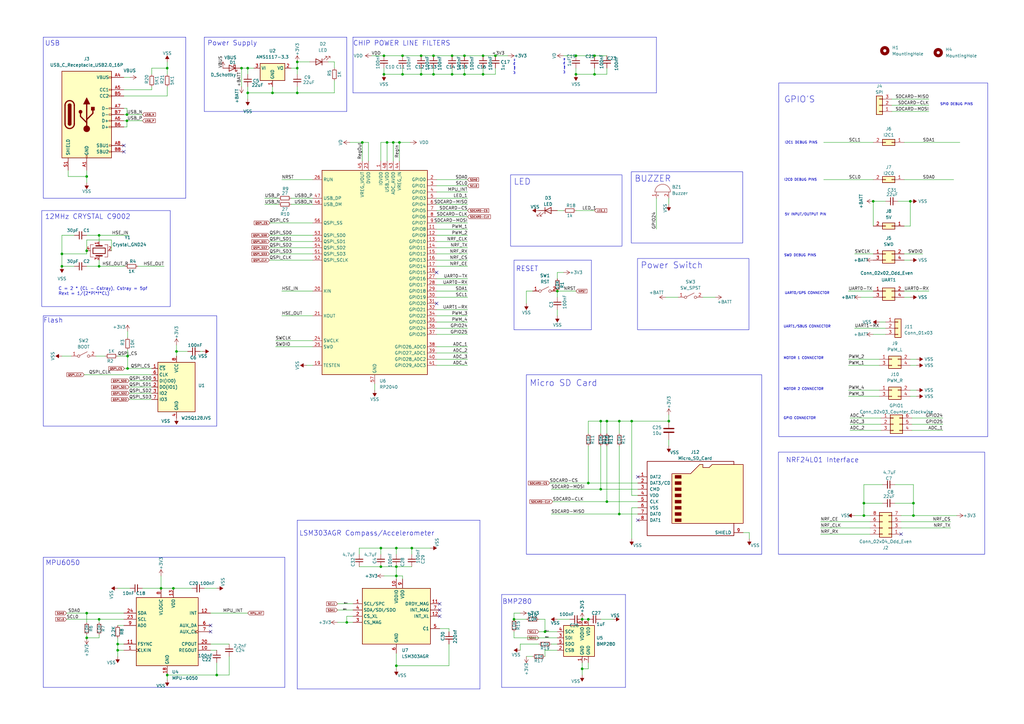
<source format=kicad_sch>
(kicad_sch (version 20231120) (generator "eeschema") (generator_version "8.0")
  (paper "A3")
  (title_block (title "Brain ") (date "2023-03-22") (rev "rev 1.0"))
  (lib_symbols
    (symbol "Connector:Micro_SD_Card" (pin_names (offset 1.016))
      (property "Reference" "J" (at -16.51 15.24 0))
      (property "Value" "Micro_SD_Card" (at 16.51 15.24 0))
      (symbol "Micro_SD_Card_1_1"
        (pin bidirectional line (at -22.86 7.62 0) (length 3.81) (name "DAT2") (number "1"))
        (pin bidirectional line (at -22.86 5.08 0) (length 3.81) (name "DAT3/CD") (number "2"))
        (pin input line (at -22.86 2.54 0) (length 3.81) (name "CMD") (number "3"))
        (pin power_in line (at -22.86 0 0) (length 3.81) (name "VDD") (number "4"))
        (pin input line (at -22.86 -2.54 0) (length 3.81) (name "CLK") (number "5"))
        (pin power_in line (at -22.86 -5.08 0) (length 3.81) (name "VSS") (number "6"))
        (pin bidirectional line (at -22.86 -7.62 0) (length 3.81) (name "DAT0") (number "7"))
        (pin bidirectional line (at -22.86 -10.16 0) (length 3.81) (name "DAT1") (number "8"))
        (pin passive line (at 20.32 -15.24 180) (length 3.81) (name "SHIELD") (number "9"))
      )
    )
    (symbol "Connector:USB_C_Receptacle_USB2.0_16P" (pin_names (offset 1.016))
      (property "Reference" "J" (at 0 22.225 0))
      (property "Value" "USB_C_Receptacle_USB2.0_16P" (at 0 19.685 0))
      (symbol "USB_C_Receptacle_USB2.0_16P_1_1"
        (pin passive line (at 0 -22.86 90) (length 5.08) (name "GND") (number "A1"))
        (pin passive line (at 0 -22.86 90) (length 5.08) hide (name "GND") (number "A12"))
        (pin passive line (at 15.24 15.24 180) (length 5.08) (name "VBUS") (number "A4"))
        (pin bidirectional line (at 15.24 10.16 180) (length 5.08) (name "CC1") (number "A5"))
        (pin bidirectional line (at 15.24 -2.54 180) (length 5.08) (name "D+") (number "A6"))
        (pin bidirectional line (at 15.24 2.54 180) (length 5.08) (name "D-") (number "A7"))
        (pin bidirectional line (at 15.24 -12.7 180) (length 5.08) (name "SBU1") (number "A8"))
        (pin passive line (at 15.24 15.24 180) (length 5.08) hide (name "VBUS") (number "A9"))
        (pin passive line (at 0 -22.86 90) (length 5.08) hide (name "GND") (number "B1"))
        (pin passive line (at 0 -22.86 90) (length 5.08) hide (name "GND") (number "B12"))
        (pin passive line (at 15.24 15.24 180) (length 5.08) hide (name "VBUS") (number "B4"))
        (pin bidirectional line (at 15.24 7.62 180) (length 5.08) (name "CC2") (number "B5"))
        (pin bidirectional line (at 15.24 -5.08 180) (length 5.08) (name "D+") (number "B6"))
        (pin bidirectional line (at 15.24 0 180) (length 5.08) (name "D-") (number "B7"))
        (pin bidirectional line (at 15.24 -15.24 180) (length 5.08) (name "SBU2") (number "B8"))
        (pin passive line (at 15.24 15.24 180) (length 5.08) hide (name "VBUS") (number "B9"))
        (pin passive line (at -7.62 -22.86 90) (length 5.08) (name "SHIELD") (number "S1"))
      )
    )
    (symbol "Connector_Generic:Conn_01x03" (pin_names (offset 1.016) hide)
      (property "Reference" "J" (at 0 5.08 0))
      (property "Value" "Conn_01x03" (at 0 -5.08 0))
      (symbol "Conn_01x03_1_1"
        (pin passive line (at -5.08 2.54 0) (length 3.81) (name "Pin_1") (number "1"))
        (pin passive line (at -5.08 0 0) (length 3.81) (name "Pin_2") (number "2"))
        (pin passive line (at -5.08 -2.54 0) (length 3.81) (name "Pin_3") (number "3"))
      )
    )
    (symbol "Connector_Generic:Conn_02x01" (pin_names (offset 1.016) hide)
      (property "Reference" "J" (at 1.27 2.54 0))
      (property "Value" "Conn_02x01" (at 1.27 -2.54 0))
      (symbol "Conn_02x01_1_1"
        (pin passive line (at -5.08 0 0) (length 3.81) (name "Pin_1") (number "1"))
        (pin passive line (at 7.62 0 180) (length 3.81) (name "Pin_2") (number "2"))
      )
    )
    (symbol "Connector_Generic:Conn_02x02_Odd_Even" (pin_names (offset 1.016) hide)
      (property "Reference" "J" (at 1.27 2.54 0))
      (property "Value" "Conn_02x02_Odd_Even" (at 1.27 -5.08 0))
      (symbol "Conn_02x02_Odd_Even_1_1"
        (pin passive line (at -5.08 0 0) (length 3.81) (name "Pin_1") (number "1"))
        (pin passive line (at 7.62 0 180) (length 3.81) (name "Pin_2") (number "2"))
        (pin passive line (at -5.08 -2.54 0) (length 3.81) (name "Pin_3") (number "3"))
        (pin passive line (at 7.62 -2.54 180) (length 3.81) (name "Pin_4") (number "4"))
      )
    )
    (symbol "Connector_Generic:Conn_02x03_Counter_Clockwise" (pin_names (offset 1.016) hide)
      (property "Reference" "J" (at 1.27 5.08 0))
      (property "Value" "Conn_02x03_Counter_Clockwise" (at 1.27 -5.08 0))
      (symbol "Conn_02x03_Counter_Clockwise_1_1"
        (pin passive line (at -5.08 2.54 0) (length 3.81) (name "Pin_1") (number "1"))
        (pin passive line (at -5.08 0 0) (length 3.81) (name "Pin_2") (number "2"))
        (pin passive line (at -5.08 -2.54 0) (length 3.81) (name "Pin_3") (number "3"))
        (pin passive line (at 7.62 -2.54 180) (length 3.81) (name "Pin_4") (number "4"))
        (pin passive line (at 7.62 0 180) (length 3.81) (name "Pin_5") (number "5"))
        (pin passive line (at 7.62 2.54 180) (length 3.81) (name "Pin_6") (number "6"))
      )
    )
    (symbol "Connector_Generic:Conn_02x04_Odd_Even" (pin_names (offset 1.016) hide)
      (property "Reference" "J" (at 1.27 5.08 0))
      (property "Value" "Conn_02x04_Odd_Even" (at 1.27 -7.62 0))
      (symbol "Conn_02x04_Odd_Even_1_1"
        (pin passive line (at -5.08 2.54 0) (length 3.81) (name "Pin_1") (number "1"))
        (pin passive line (at 7.62 2.54 180) (length 3.81) (name "Pin_2") (number "2"))
        (pin passive line (at -5.08 0 0) (length 3.81) (name "Pin_3") (number "3"))
        (pin passive line (at 7.62 0 180) (length 3.81) (name "Pin_4") (number "4"))
        (pin passive line (at -5.08 -2.54 0) (length 3.81) (name "Pin_5") (number "5"))
        (pin passive line (at 7.62 -2.54 180) (length 3.81) (name "Pin_6") (number "6"))
        (pin passive line (at -5.08 -5.08 0) (length 3.81) (name "Pin_7") (number "7"))
        (pin passive line (at 7.62 -5.08 180) (length 3.81) (name "Pin_8") (number "8"))
      )
    )
    (symbol "Device:Buzzer" (pin_names (offset 0.0254) hide)
      (property "Reference" "BZ" (at 3.81 1.27 0))
      (property "Value" "Buzzer" (at 3.81 -1.27 0))
      (symbol "Buzzer_1_1"
        (pin passive line (at -2.54 2.54 0) (length 2.54) (name "+") (number "1"))
        (pin passive line (at -2.54 -2.54 0) (length 2.54) (name "-") (number "2"))
      )
    )
    (symbol "Device:C" (pin_numbers hide) (pin_names (offset 0.254))
      (property "Reference" "C" (at 0.635 2.54 0))
      (property "Value" "C" (at 0.635 -2.54 0))
      (symbol "C_1_1"
        (pin passive line (at 0 3.81 270) (length 2.794) (name "~") (number "1"))
        (pin passive line (at 0 -3.81 90) (length 2.794) (name "~") (number "2"))
      )
    )
    (symbol "Device:C_Small" (pin_numbers hide) (pin_names (offset 0.254) hide)
      (property "Reference" "C" (at 0.254 1.778 0))
      (property "Value" "C_Small" (at 0.254 -2.032 0))
      (symbol "C_Small_1_1"
        (pin passive line (at 0 2.54 270) (length 2.032) (name "~") (number "1"))
        (pin passive line (at 0 -2.54 90) (length 2.032) (name "~") (number "2"))
      )
    )
    (symbol "Device:Crystal_GND24" (pin_names (offset 1.016) hide)
      (property "Reference" "Y" (at 3.175 5.08 0))
      (property "Value" "Crystal_GND24" (at 3.175 3.175 0))
      (symbol "Crystal_GND24_1_1"
        (pin passive line (at -3.81 0 0) (length 1.27) (name "1") (number "1"))
        (pin passive line (at 0 5.08 270) (length 1.27) (name "2") (number "2"))
        (pin passive line (at 3.81 0 180) (length 1.27) (name "3") (number "3"))
        (pin passive line (at 0 -5.08 90) (length 1.27) (name "4") (number "4"))
      )
    )
    (symbol "Device:D_Schottky" (pin_numbers hide) (pin_names (offset 1.016) hide)
      (property "Reference" "D" (at 0 2.54 0))
      (property "Value" "D_Schottky" (at 0 -2.54 0))
      (symbol "D_Schottky_1_1"
        (pin passive line (at -3.81 0 0) (length 2.54) (name "K") (number "1"))
        (pin passive line (at 3.81 0 180) (length 2.54) (name "A") (number "2"))
      )
    )
    (symbol "Device:LED" (pin_numbers hide) (pin_names (offset 1.016) hide)
      (property "Reference" "D" (at 0 2.54 0))
      (property "Value" "LED" (at 0 -2.54 0))
      (symbol "LED_1_1"
        (pin passive line (at -3.81 0 0) (length 2.54) (name "K") (number "1"))
        (pin passive line (at 3.81 0 180) (length 2.54) (name "A") (number "2"))
      )
    )
    (symbol "Device:R_Small" (pin_numbers hide) (pin_names (offset 0.254) hide)
      (property "Reference" "R" (at 0.762 0.508 0))
      (property "Value" "R_Small" (at 0.762 -1.016 0))
      (symbol "R_Small_1_1"
        (pin passive line (at 0 2.54 270) (length 0.762) (name "~") (number "1"))
        (pin passive line (at 0 -2.54 90) (length 0.762) (name "~") (number "2"))
      )
    )
    (symbol "MCU_RaspberryPi:RP2040"
      (property "Reference" "U" (at 17.78 45.72 0))
      (property "Value" "RP2040" (at 17.78 43.18 0))
      (symbol "RP2040_1_1"
        (pin power_in line (at 2.54 45.72 270) (length 3.81) (name "IOVDD") (number "1"))
        (pin passive line (at 2.54 45.72 270) (length 3.81) hide (name "IOVDD") (number "10"))
        (pin bidirectional line (at 25.4 17.78 180) (length 3.81) (name "GPIO8") (number "11"))
        (pin bidirectional line (at 25.4 15.24 180) (length 3.81) (name "GPIO9") (number "12"))
        (pin bidirectional line (at 25.4 12.7 180) (length 3.81) (name "GPIO10") (number "13"))
        (pin bidirectional line (at 25.4 10.16 180) (length 3.81) (name "GPIO11") (number "14"))
        (pin bidirectional line (at 25.4 7.62 180) (length 3.81) (name "GPIO12") (number "15"))
        (pin bidirectional line (at 25.4 5.08 180) (length 3.81) (name "GPIO13") (number "16"))
        (pin bidirectional line (at 25.4 2.54 180) (length 3.81) (name "GPIO14") (number "17"))
        (pin bidirectional line (at 25.4 0 180) (length 3.81) (name "GPIO15") (number "18"))
        (pin input line (at -25.4 -38.1 0) (length 3.81) (name "TESTEN") (number "19"))
        (pin bidirectional line (at 25.4 38.1 180) (length 3.81) (name "GPIO0") (number "2"))
        (pin input line (at -25.4 -7.62 0) (length 3.81) (name "XIN") (number "20"))
        (pin passive line (at -25.4 -17.78 0) (length 3.81) (name "XOUT") (number "21"))
        (pin passive line (at 2.54 45.72 270) (length 3.81) hide (name "IOVDD") (number "22"))
        (pin power_in line (at -2.54 45.72 270) (length 3.81) (name "DVDD") (number "23"))
        (pin input line (at -25.4 -27.94 0) (length 3.81) (name "SWCLK") (number "24"))
        (pin bidirectional line (at -25.4 -30.48 0) (length 3.81) (name "SWD") (number "25"))
        (pin input line (at -25.4 38.1 0) (length 3.81) (name "RUN") (number "26"))
        (pin bidirectional line (at 25.4 -2.54 180) (length 3.81) (name "GPIO16") (number "27"))
        (pin bidirectional line (at 25.4 -5.08 180) (length 3.81) (name "GPIO17") (number "28"))
        (pin bidirectional line (at 25.4 -7.62 180) (length 3.81) (name "GPIO18") (number "29"))
        (pin bidirectional line (at 25.4 35.56 180) (length 3.81) (name "GPIO1") (number "3"))
        (pin bidirectional line (at 25.4 -10.16 180) (length 3.81) (name "GPIO19") (number "30"))
        (pin bidirectional line (at 25.4 -12.7 180) (length 3.81) (name "GPIO20") (number "31"))
        (pin bidirectional line (at 25.4 -15.24 180) (length 3.81) (name "GPIO21") (number "32"))
        (pin passive line (at 2.54 45.72 270) (length 3.81) hide (name "IOVDD") (number "33"))
        (pin bidirectional line (at 25.4 -17.78 180) (length 3.81) (name "GPIO22") (number "34"))
        (pin bidirectional line (at 25.4 -20.32 180) (length 3.81) (name "GPIO23") (number "35"))
        (pin bidirectional line (at 25.4 -22.86 180) (length 3.81) (name "GPIO24") (number "36"))
        (pin bidirectional line (at 25.4 -25.4 180) (length 3.81) (name "GPIO25") (number "37"))
        (pin bidirectional line (at 25.4 -30.48 180) (length 3.81) (name "GPIO26_ADC0") (number "38"))
        (pin bidirectional line (at 25.4 -33.02 180) (length 3.81) (name "GPIO27_ADC1") (number "39"))
        (pin bidirectional line (at 25.4 33.02 180) (length 3.81) (name "GPIO2") (number "4"))
        (pin bidirectional line (at 25.4 -35.56 180) (length 3.81) (name "GPIO28_ADC2") (number "40"))
        (pin bidirectional line (at 25.4 -38.1 180) (length 3.81) (name "GPIO29_ADC3") (number "41"))
        (pin passive line (at 2.54 45.72 270) (length 3.81) hide (name "IOVDD") (number "42"))
        (pin power_in line (at 7.62 45.72 270) (length 3.81) (name "ADC_AVDD") (number "43"))
        (pin power_in line (at 10.16 45.72 270) (length 3.81) (name "VREG_IN") (number "44"))
        (pin power_out line (at -5.08 45.72 270) (length 3.81) (name "VREG_VOUT") (number "45"))
        (pin bidirectional line (at -25.4 27.94 0) (length 3.81) (name "USB_DM") (number "46"))
        (pin bidirectional line (at -25.4 30.48 0) (length 3.81) (name "USB_DP") (number "47"))
        (pin power_in line (at 5.08 45.72 270) (length 3.81) (name "USB_VDD") (number "48"))
        (pin passive line (at 2.54 45.72 270) (length 3.81) hide (name "IOVDD") (number "49"))
        (pin bidirectional line (at 25.4 30.48 180) (length 3.81) (name "GPIO3") (number "5"))
        (pin passive line (at -2.54 45.72 270) (length 3.81) hide (name "DVDD") (number "50"))
        (pin bidirectional line (at -25.4 7.62 0) (length 3.81) (name "QSPI_SD3") (number "51"))
        (pin output line (at -25.4 5.08 0) (length 3.81) (name "QSPI_SCLK") (number "52"))
        (pin bidirectional line (at -25.4 15.24 0) (length 3.81) (name "QSPI_SD0") (number "53"))
        (pin bidirectional line (at -25.4 10.16 0) (length 3.81) (name "QSPI_SD2") (number "54"))
        (pin bidirectional line (at -25.4 12.7 0) (length 3.81) (name "QSPI_SD1") (number "55"))
        (pin bidirectional line (at -25.4 20.32 0) (length 3.81) (name "QSPI_SS") (number "56"))
        (pin power_in line (at 0 -45.72 90) (length 3.81) (name "GND") (number "57"))
        (pin bidirectional line (at 25.4 27.94 180) (length 3.81) (name "GPIO4") (number "6"))
        (pin bidirectional line (at 25.4 25.4 180) (length 3.81) (name "GPIO5") (number "7"))
        (pin bidirectional line (at 25.4 22.86 180) (length 3.81) (name "GPIO6") (number "8"))
        (pin bidirectional line (at 25.4 20.32 180) (length 3.81) (name "GPIO7") (number "9"))
      )
    )
    (symbol "Mechanical:MountingHole" (pin_names (offset 1.016))
      (property "Reference" "H" (at 0 5.08 0))
      (property "Value" "MountingHole" (at 0 3.175 0))
    )
    (symbol "Memory_Flash:W25Q128JVS"
      (property "Reference" "U" (at -8.89 8.89 0))
      (property "Value" "W25Q128JVS" (at 7.62 8.89 0))
      (symbol "W25Q128JVS_1_1"
        (pin input line (at -10.16 7.62 0) (length 2.54) (name "~{CS}") (number "1"))
        (pin bidirectional line (at -10.16 0 0) (length 2.54) (name "DO(IO1)") (number "2"))
        (pin bidirectional line (at -10.16 -2.54 0) (length 2.54) (name "IO2") (number "3"))
        (pin power_in line (at 0 -12.7 90) (length 2.54) (name "GND") (number "4"))
        (pin bidirectional line (at -10.16 2.54 0) (length 2.54) (name "DI(IO0)") (number "5"))
        (pin input line (at -10.16 5.08 0) (length 2.54) (name "CLK") (number "6"))
        (pin bidirectional line (at -10.16 -5.08 0) (length 2.54) (name "IO3") (number "7"))
        (pin power_in line (at 0 12.7 270) (length 2.54) (name "VCC") (number "8"))
      )
    )
    (symbol "Regulator_Linear:AMS1117-3.3"
      (property "Reference" "U" (at -3.81 3.175 0))
      (property "Value" "AMS1117-3.3" (at 0 3.175 0))
      (symbol "AMS1117-3.3_1_1"
        (pin power_in line (at 0 -7.62 90) (length 2.54) (name "GND") (number "1"))
        (pin power_out line (at 7.62 0 180) (length 2.54) (name "VO") (number "2"))
        (pin power_in line (at -7.62 0 0) (length 2.54) (name "VI") (number "3"))
      )
    )
    (symbol "Sensor_Motion:LSM303C"
      (property "Reference" "U" (at -11.43 15.24 0))
      (property "Value" "LSM303C" (at -5.08 13.97 0))
      (symbol "LSM303C_1_1"
        (pin input line (at -17.78 5.08 0) (length 3.81) (name "SCL/SPC") (number "1"))
        (pin power_in line (at 0 15.24 270) (length 3.81) (name "VDDIO") (number "10"))
        (pin output line (at 17.78 5.08 180) (length 3.81) (name "DRDY_MAG") (number "11"))
        (pin output line (at 17.78 0 180) (length 3.81) (name "INT_XL") (number "12"))
        (pin input line (at -17.78 0 0) (length 3.81) (name "CS_XL") (number "2"))
        (pin input line (at -17.78 -2.54 0) (length 3.81) (name "CS_MAG") (number "3"))
        (pin bidirectional line (at -17.78 2.54 0) (length 3.81) (name "SDA/SDI/SDO") (number "4"))
        (pin passive line (at 17.78 -5.08 180) (length 3.81) (name "C1") (number "5"))
        (pin power_in line (at 0 -15.24 90) (length 3.81) (name "GND") (number "6"))
        (pin output line (at 17.78 2.54 180) (length 3.81) (name "INT_MAG") (number "7"))
        (pin passive line (at 0 -15.24 90) (length 3.81) hide (name "GND") (number "8"))
        (pin power_in line (at 2.54 15.24 270) (length 3.81) (name "VDD") (number "9"))
      )
    )
    (symbol "Sensor_Motion:MPU-6050"
      (property "Reference" "U" (at -11.43 13.97 0))
      (property "Value" "MPU-6050" (at 7.62 -15.24 0))
      (symbol "MPU-6050_0_0"
        (text "" (at 12.7 -2.54 0) (effects (font (size 1.27 1.27))))
      )
      (symbol "MPU-6050_1_1"
        (pin input clock (at -17.78 -7.62 0) (length 5.08) (name "CLKIN") (number "1"))
        (pin passive line (at 17.78 -7.62 180) (length 5.08) (name "REGOUT") (number "10"))
        (pin input line (at -17.78 -5.08 0) (length 5.08) (name "FSYNC") (number "11"))
        (pin output line (at 17.78 7.62 180) (length 5.08) (name "INT") (number "12"))
        (pin power_in line (at 2.54 17.78 270) (length 3.81) (name "VDD") (number "13"))
        (pin no_connect line (at -12.7 -10.16 0) (length 2.54) hide (name "NC") (number "14"))
        (pin no_connect line (at 12.7 12.7 180) (length 2.54) hide (name "NC") (number "15"))
        (pin no_connect line (at 12.7 10.16 180) (length 2.54) hide (name "NC") (number "16"))
        (pin no_connect line (at 12.7 5.08 180) (length 2.54) hide (name "NC") (number "17"))
        (pin power_in line (at 0 -17.78 90) (length 3.81) (name "GND") (number "18"))
        (pin no_connect line (at 12.7 -10.16 180) (length 2.54) hide (name "RESV") (number "19"))
        (pin no_connect line (at -12.7 12.7 0) (length 2.54) hide (name "NC") (number "2"))
        (pin passive line (at 17.78 -5.08 180) (length 5.08) (name "CPOUT") (number "20"))
        (pin no_connect line (at 12.7 -2.54 180) (length 2.54) hide (name "RESV") (number "21"))
        (pin no_connect line (at 12.7 -12.7 180) (length 2.54) hide (name "RESV") (number "22"))
        (pin input line (at -17.78 5.08 0) (length 5.08) (name "SCL") (number "23"))
        (pin bidirectional line (at -17.78 7.62 0) (length 5.08) (name "SDA") (number "24"))
        (pin no_connect line (at -12.7 10.16 0) (length 2.54) hide (name "NC") (number "3"))
        (pin no_connect line (at -12.7 0 0) (length 2.54) hide (name "NC") (number "4"))
        (pin no_connect line (at -12.7 -2.54 0) (length 2.54) hide (name "NC") (number "5"))
        (pin bidirectional line (at 17.78 2.54 180) (length 5.08) (name "AUX_DA") (number "6"))
        (pin output clock (at 17.78 0 180) (length 5.08) (name "AUX_CL") (number "7"))
        (pin power_in line (at -2.54 17.78 270) (length 3.81) (name "VLOGIC") (number "8"))
        (pin input line (at -17.78 2.54 0) (length 5.08) (name "AD0") (number "9"))
      )
    )
    (symbol "Sensor_Pressure:BMP280"
      (property "Reference" "U" (at -7.62 10.16 0))
      (property "Value" "BMP280" (at 5.08 10.16 0))
      (symbol "BMP280_1_1"
        (pin power_in line (at 0 -7.62 90) (length 2.54) (name "GND") (number "1"))
        (pin input line (at -10.16 -2.54 0) (length 2.54) (name "CSB") (number "2"))
        (pin bidirectional line (at -10.16 2.54 0) (length 2.54) (name "SDI") (number "3"))
        (pin input line (at -10.16 5.08 0) (length 2.54) (name "SCK") (number "4"))
        (pin bidirectional line (at -10.16 0 0) (length 2.54) (name "SDO") (number "5"))
        (pin power_in line (at 0 10.16 270) (length 2.54) (name "VDDIO") (number "6"))
        (pin power_in line (at 2.54 -7.62 90) (length 2.54) (name "GND") (number "7"))
        (pin power_in line (at 2.54 10.16 270) (length 2.54) (name "VDD") (number "8"))
      )
    )
    (symbol "Switch:SW_SPST" (pin_names (offset 0) hide)
      (property "Reference" "SW" (at 0 3.175 0))
      (property "Value" "SW_SPST" (at 0 -2.54 0))
      (symbol "SW_SPST_1_1"
        (pin passive line (at -5.08 0 0) (length 2.54) (name "A") (number "1"))
        (pin passive line (at 5.08 0 180) (length 2.54) (name "B") (number "2"))
      )
    )
    (symbol "power:+3V3" (power) (pin_names (offset 0))
      (property "Value" "+3V3" (at 0 3.556 0))
      (symbol "+3V3_1_1"
        (pin power_in line (at 0 0 90) (length 0) hide (name "+3V3") (number "1"))
      )
    )
    (symbol "power:+BATT" (power) (pin_names (offset 0))
      (property "Value" "+BATT" (at 0 3.556 0))
      (symbol "+BATT_1_1"
        (pin power_in line (at 0 0 90) (length 0) hide (name "+BATT") (number "1"))
      )
    )
    (symbol "power:VBUS" (power) (pin_names (offset 0))
      (property "Value" "VBUS" (at 0 3.81 0))
      (symbol "VBUS_1_1"
        (pin power_in line (at 0 0 90) (length 0) hide (name "VBUS") (number "1"))
      )
    )
    (symbol "power:VD" (power) (pin_names (offset 0))
      (property "Value" "VD" (at 0 3.81 0))
      (symbol "VD_1_1"
        (pin power_in line (at 0 0 90) (length 0) hide (name "VD") (number "1"))
      )
    )
    (symbol "power:VDD" (power) (pin_names (offset 0))
      (property "Value" "VDD" (at 0 3.81 0))
      (symbol "VDD_1_1"
        (pin power_in line (at 0 0 90) (length 0) hide (name "VDD") (number "1"))
      )
    )
    (symbol "power:VSS" (power) (pin_names (offset 0))
      (property "Value" "VSS" (at 0 3.81 0))
      (symbol "VSS_1_1"
        (pin power_in line (at 0 0 90) (length 0) hide (name "VSS") (number "1"))
      )
    )
  )
  (junction (at 236.22 30.48))
  (junction (at 203.2 22.86))
  (junction (at 374.65 206.375))
  (junction (at 177.8 22.86))
  (junction (at 172.72 22.86))
  (junction (at 358.14 82.55))
  (junction (at 165.1 30.48))
  (junction (at 52.324 146.05))
  (junction (at 158.75 58.42))
  (junction (at 165.1 22.86))
  (junction (at 142.24 255.27))
  (junction (at 374.65 211.455))
  (junction (at 162.56 236.22))
  (junction (at 248.92 205.74))
  (junction (at 25.4 109.22))
  (junction (at 48.26 264.16))
  (junction (at 88.9 276.86))
  (junction (at 259.08 172.72))
  (junction (at 274.32 172.72))
  (junction (at 156.21 232.41))
  (junction (at 246.38 172.72))
  (junction (at 223.52 259.08))
  (junction (at 373.38 82.55))
  (junction (at 121.92 25.4))
  (junction (at 157.48 30.48))
  (junction (at 177.8 30.48))
  (junction (at 48.26 266.7))
  (junction (at 157.48 22.86))
  (junction (at 254 172.72))
  (junction (at 35.56 261.62))
  (junction (at 121.92 27.94))
  (junction (at 190.5 30.48))
  (junction (at 99.06 27.94))
  (junction (at 241.3 198.12))
  (junction (at 162.56 273.05))
  (junction (at 210.82 254))
  (junction (at 254 210.82))
  (junction (at 185.42 22.86))
  (junction (at 111.76 38.1))
  (junction (at 101.6 27.94))
  (junction (at 162.56 232.41))
  (junction (at 228.6 119.38))
  (junction (at 161.29 58.42))
  (junction (at 40.64 254))
  (junction (at 35.56 102.87))
  (junction (at 52.07 46.99))
  (junction (at 68.58 27.94))
  (junction (at 190.5 22.86))
  (junction (at 198.12 30.48))
  (junction (at 156.21 224.79))
  (junction (at 243.84 22.86))
  (junction (at 72.39 144.145))
  (junction (at 40.64 96.52))
  (junction (at 35.56 251.46))
  (junction (at 52.324 151.13))
  (junction (at 238.76 274.32))
  (junction (at 172.72 30.48))
  (junction (at 198.12 22.86))
  (junction (at 162.56 224.79))
  (junction (at 354.33 211.455))
  (junction (at 246.38 200.66))
  (junction (at 241.3 254))
  (junction (at 238.76 254))
  (junction (at 71.12 241.3))
  (junction (at 66.04 241.3))
  (junction (at 185.42 30.48))
  (junction (at 243.84 30.48))
  (junction (at 68.58 276.86))
  (junction (at 25.4 104.14))
  (junction (at 248.92 172.72))
  (junction (at 354.33 206.375))
  (junction (at 236.22 22.86))
  (junction (at 52.07 49.53))
  (junction (at 121.92 38.1))
  (junction (at 35.56 72.39))
  (junction (at 40.64 109.22))
  (junction (at 101.6 38.1))
  (junction (at 168.91 224.79))
  (junction (at 148.59 58.42))
  (junction (at 163.83 58.42))
  (no_connect (at 180.34 252.73))
  (no_connect (at 86.36 259.08))
  (no_connect (at 86.36 256.54))
  (no_connect (at 179.07 111.76))
  (no_connect (at 261.62 213.36))
  (no_connect (at 180.34 250.19))
  (no_connect (at 50.8 62.23))
  (no_connect (at 369.57 219.075))
  (no_connect (at 179.07 124.46))
  (no_connect (at 50.8 59.69))
  (no_connect (at 180.34 247.65))
  (no_connect (at 261.62 195.58))
  (wire (pts (xy 35.56 74.93) (xy 35.56 72.39)))
  (wire (pts (xy 179.07 88.9) (xy 191.77 88.9)))
  (wire (pts (xy 238.76 254) (xy 241.3 254)))
  (wire (pts (xy 48.26 266.7) (xy 50.8 266.7)))
  (wire (pts (xy 190.5 30.48) (xy 185.42 30.48)))
  (wire (pts (xy 354.33 211.455) (xy 356.87 211.455)))
  (wire (pts (xy 259.08 208.28) (xy 259.08 220.98)))
  (wire (pts (xy 337.82 58.42) (xy 358.14 58.42)))
  (wire (pts (xy 374.65 206.375) (xy 374.65 211.455)))
  (wire (pts (xy 58.42 241.3) (xy 66.04 241.3)))
  (wire (pts (xy 358.14 82.55) (xy 363.22 82.55)))
  (wire (pts (xy 157.48 30.48) (xy 165.1 30.48)))
  (wire (pts (xy 62.23 27.94) (xy 68.58 27.94)))
  (wire (pts (xy 115.57 129.54) (xy 128.27 129.54)))
  (wire (pts (xy 101.6 27.94) (xy 101.6 30.48)))
  (polyline (pts (xy 17.78 129.54) (xy 17.78 174.752)))
  (wire (pts (xy 259.08 172.72) (xy 274.32 172.72)))
  (wire (pts (xy 52.324 143.51) (xy 52.324 146.05)))
  (wire (pts (xy 213.36 264.16) (xy 213.36 266.7)))
  (wire (pts (xy 304.8 218.44) (xy 307.34 218.44)))
  (wire (pts (xy 215.9 269.24) (xy 218.44 269.24)))
  (wire (pts (xy 144.78 250.19) (xy 138.43 250.19)))
  (wire (pts (xy 179.07 104.14) (xy 191.77 104.14)))
  (wire (pts (xy 254 172.72) (xy 259.08 172.72)))
  (wire (pts (xy 162.56 232.41) (xy 162.56 236.22)))
  (wire (pts (xy 228.6 127) (xy 228.6 129.54)))
  (wire (pts (xy 50.8 264.16) (xy 48.26 264.16)))
  (wire (pts (xy 228.6 119.38) (xy 228.6 121.92)))
  (wire (pts (xy 137.16 33.02) (xy 137.16 38.1)))
  (polyline (pts (xy 205.74 243.84) (xy 205.74 281.94)))
  (wire (pts (xy 373.38 160.02) (xy 375.92 160.02)))
  (wire (pts (xy 25.4 146.05) (xy 29.21 146.05)))
  (wire (pts (xy 248.92 30.48) (xy 243.84 30.48)))
  (wire (pts (xy 373.38 92.71) (xy 370.84 92.71)))
  (wire (pts (xy 113.03 139.7) (xy 128.27 139.7)))
  (polyline (pts (xy 269.24 15.24) (xy 269.24 38.1)))
  (wire (pts (xy 27.94 72.39) (xy 35.56 72.39)))
  (wire (pts (xy 110.49 99.06) (xy 128.27 99.06)))
  (wire (pts (xy 40.64 255.27) (xy 40.64 254)))
  (wire (pts (xy 198.12 22.86) (xy 203.2 22.86)))
  (wire (pts (xy 165.1 236.22) (xy 162.56 236.22)))
  (polyline (pts (xy 88.9 129.54) (xy 88.9 174.752)))
  (polyline (pts (xy 196.85 282.575) (xy 196.85 213.36)))
  (wire (pts (xy 148.59 66.04) (xy 148.59 58.42)))
  (wire (pts (xy 143.51 58.42) (xy 148.59 58.42)))
  (wire (pts (xy 215.9 254) (xy 210.82 254)))
  (wire (pts (xy 40.64 254) (xy 50.8 254)))
  (wire (pts (xy 157.48 236.22) (xy 162.56 236.22)))
  (wire (pts (xy 156.21 224.79) (xy 162.56 224.79)))
  (wire (pts (xy 220.98 259.08) (xy 223.52 259.08)))
  (wire (pts (xy 223.52 269.24) (xy 223.52 266.7)))
  (wire (pts (xy 147.32 224.79) (xy 156.21 224.79)))
  (polyline (pts (xy 17.78 15.24) (xy 17.78 81.28)))
  (wire (pts (xy 358.14 121.92) (xy 353.06 121.92)))
  (wire (pts (xy 241.3 182.88) (xy 241.3 198.12)))
  (wire (pts (xy 180.34 257.81) (xy 184.15 257.81)))
  (wire (pts (xy 121.92 27.94) (xy 121.92 30.48)))
  (wire (pts (xy 241.3 177.8) (xy 241.3 172.72)))
  (wire (pts (xy 58.42 46.99) (xy 52.07 46.99)))
  (wire (pts (xy 248.92 27.94) (xy 248.92 30.48)))
  (wire (pts (xy 35.56 104.14) (xy 25.4 104.14)))
  (wire (pts (xy 111.76 38.1) (xy 121.92 38.1)))
  (polyline (pts (xy 17.78 228.6) (xy 116.84 228.6)))
  (wire (pts (xy 177.8 22.86) (xy 185.42 22.86)))
  (wire (pts (xy 179.07 83.82) (xy 191.77 83.82)))
  (wire (pts (xy 68.58 25.4) (xy 68.58 27.94)))
  (wire (pts (xy 370.84 121.92) (xy 373.38 121.92)))
  (wire (pts (xy 121.92 25.4) (xy 121.92 27.94)))
  (wire (pts (xy 274.32 172.72) (xy 274.32 170.18)))
  (polyline (pts (xy 83.82 15.24) (xy 142.24 15.24)))
  (wire (pts (xy 39.37 146.05) (xy 43.18 146.05)))
  (wire (pts (xy 261.62 203.2) (xy 259.08 203.2)))
  (wire (pts (xy 138.43 255.27) (xy 142.24 255.27)))
  (wire (pts (xy 50.8 256.54) (xy 48.26 256.54)))
  (wire (pts (xy 162.56 224.79) (xy 162.56 227.33)))
  (wire (pts (xy 254 172.72) (xy 254 177.8)))
  (wire (pts (xy 165.1 27.94) (xy 165.1 30.48)))
  (wire (pts (xy 151.13 66.04) (xy 151.13 58.42)))
  (wire (pts (xy 248.92 205.74) (xy 261.62 205.74)))
  (wire (pts (xy 45.72 102.87) (xy 45.72 98.425)))
  (wire (pts (xy 225.425 198.12) (xy 241.3 198.12)))
  (wire (pts (xy 373.38 147.32) (xy 375.92 147.32)))
  (wire (pts (xy 374.015 176.53) (xy 386.715 176.53)))
  (wire (pts (xy 243.84 22.86) (xy 248.92 22.86)))
  (wire (pts (xy 88.9 271.78) (xy 88.9 276.86)))
  (wire (pts (xy 336.55 216.535) (xy 356.87 216.535)))
  (wire (pts (xy 274.32 180.34) (xy 274.32 182.88)))
  (wire (pts (xy 144.78 252.73) (xy 142.24 252.73)))
  (wire (pts (xy 40.64 260.35) (xy 40.64 261.62)))
  (wire (pts (xy 138.43 247.65) (xy 144.78 247.65)))
  (wire (pts (xy 203.2 22.86) (xy 208.28 22.86)))
  (wire (pts (xy 370.84 106.68) (xy 373.38 106.68)))
  (wire (pts (xy 336.55 219.075) (xy 356.87 219.075)))
  (wire (pts (xy 35.56 98.425) (xy 45.72 98.425)))
  (wire (pts (xy 363.22 137.16) (xy 358.14 137.16)))
  (wire (pts (xy 72.39 144.145) (xy 72.39 146.05)))
  (wire (pts (xy 101.6 38.1) (xy 111.76 38.1)))
  (wire (pts (xy 162.56 273.05) (xy 162.56 274.32)))
  (wire (pts (xy 153.67 157.48) (xy 153.67 160.02)))
  (wire (pts (xy 269.24 81.28) (xy 269.24 93.98)))
  (wire (pts (xy 165.1 30.48) (xy 172.72 30.48)))
  (polyline (pts (xy 144.78 38.1) (xy 144.78 15.24)))
  (wire (pts (xy 71.12 241.3) (xy 78.74 241.3)))
  (wire (pts (xy 198.12 30.48) (xy 190.5 30.48)))
  (wire (pts (xy 157.48 30.48) (xy 157.48 27.94)))
  (wire (pts (xy 52.07 46.99) (xy 50.8 46.99)))
  (wire (pts (xy 34.544 153.67) (xy 62.23 153.67)))
  (wire (pts (xy 179.07 147.32) (xy 191.77 147.32)))
  (wire (pts (xy 179.07 116.84) (xy 191.77 116.84)))
  (wire (pts (xy 241.3 271.78) (xy 241.3 274.32)))
  (polyline (pts (xy 256.54 281.94) (xy 205.74 281.94)))
  (wire (pts (xy 165.1 22.86) (xy 172.72 22.86)))
  (wire (pts (xy 179.07 99.06) (xy 191.77 99.06)))
  (wire (pts (xy 50.8 44.45) (xy 52.07 44.45)))
  (wire (pts (xy 223.52 259.08) (xy 228.6 259.08)))
  (wire (pts (xy 142.24 255.27) (xy 144.78 255.27)))
  (wire (pts (xy 370.84 119.38) (xy 381 119.38)))
  (wire (pts (xy 373.38 162.56) (xy 375.92 162.56)))
  (wire (pts (xy 238.76 274.32) (xy 238.76 276.86)))
  (wire (pts (xy 179.07 96.52) (xy 191.77 96.52)))
  (wire (pts (xy 223.52 266.7) (xy 228.6 266.7)))
  (wire (pts (xy 228.6 119.38) (xy 236.22 119.38)))
  (wire (pts (xy 48.26 261.62) (xy 48.26 264.16)))
  (wire (pts (xy 162.56 224.79) (xy 168.91 224.79)))
  (wire (pts (xy 241.3 274.32) (xy 238.76 274.32)))
  (wire (pts (xy 358.14 104.14) (xy 350.52 104.14)))
  (wire (pts (xy 158.75 66.04) (xy 158.75 58.42)))
  (wire (pts (xy 228.6 111.76) (xy 228.6 114.3)))
  (wire (pts (xy 179.07 101.6) (xy 191.77 101.6)))
  (wire (pts (xy 137.16 38.1) (xy 121.92 38.1)))
  (wire (pts (xy 374.65 211.455) (xy 392.43 211.455)))
  (wire (pts (xy 35.56 251.46) (xy 35.56 255.27)))
  (wire (pts (xy 162.56 236.22) (xy 162.56 237.49)))
  (wire (pts (xy 374.015 171.45) (xy 386.715 171.45)))
  (wire (pts (xy 179.07 114.3) (xy 191.77 114.3)))
  (wire (pts (xy 185.42 22.86) (xy 190.5 22.86)))
  (wire (pts (xy 158.75 58.42) (xy 161.29 58.42)))
  (wire (pts (xy 68.58 27.94) (xy 68.58 30.48)))
  (wire (pts (xy 76.962 144.145) (xy 72.39 144.145)))
  (wire (pts (xy 152.4 22.86) (xy 157.48 22.86)))
  (wire (pts (xy 210.82 261.62) (xy 228.6 261.62)))
  (polyline (pts (xy 17.78 81.28) (xy 76.2 81.28)))
  (wire (pts (xy 365.76 43.18) (xy 381 43.18)))
  (wire (pts (xy 365.76 45.72) (xy 381 45.72)))
  (wire (pts (xy 88.9 241.3) (xy 83.82 241.3)))
  (wire (pts (xy 86.36 266.7) (xy 88.9 266.7)))
  (wire (pts (xy 172.72 27.94) (xy 172.72 30.48)))
  (wire (pts (xy 179.07 76.2) (xy 191.77 76.2)))
  (wire (pts (xy 108.585 83.82) (xy 114.3 83.82)))
  (wire (pts (xy 226.06 200.66) (xy 246.38 200.66)))
  (wire (pts (xy 243.84 27.94) (xy 243.84 30.48)))
  (wire (pts (xy 360.68 149.86) (xy 347.98 149.86)))
  (wire (pts (xy 25.4 109.22) (xy 30.48 109.22)))
  (wire (pts (xy 254 182.88) (xy 254 210.82)))
  (wire (pts (xy 62.23 156.21) (xy 52.959 156.21)))
  (wire (pts (xy 179.07 134.62) (xy 191.77 134.62)))
  (wire (pts (xy 179.07 132.08) (xy 191.77 132.08)))
  (polyline (pts (xy 121.92 282.575) (xy 196.85 282.575)))
  (polyline (pts (xy 205.74 243.84) (xy 256.54 243.84)))
  (wire (pts (xy 52.324 135.89) (xy 52.324 138.43)))
  (wire (pts (xy 203.2 27.94) (xy 203.2 30.48)))
  (wire (pts (xy 373.38 82.55) (xy 373.38 92.71)))
  (wire (pts (xy 27.305 254) (xy 40.64 254)))
  (wire (pts (xy 48.26 266.7) (xy 48.26 269.24)))
  (wire (pts (xy 25.4 96.52) (xy 30.48 96.52)))
  (wire (pts (xy 361.315 171.45) (xy 348.615 171.45)))
  (wire (pts (xy 157.48 22.86) (xy 165.1 22.86)))
  (wire (pts (xy 58.42 49.53) (xy 52.07 49.53)))
  (wire (pts (xy 62.23 163.83) (xy 52.959 163.83)))
  (wire (pts (xy 241.3 172.72) (xy 246.38 172.72)))
  (wire (pts (xy 27.94 72.39) (xy 27.94 69.85)))
  (wire (pts (xy 354.33 198.755) (xy 354.33 206.375)))
  (wire (pts (xy 223.52 254) (xy 223.52 259.08)))
  (wire (pts (xy 128.27 149.86) (xy 125.73 149.86)))
  (wire (pts (xy 147.32 227.33) (xy 147.32 224.79)))
  (wire (pts (xy 50.8 52.07) (xy 52.07 52.07)))
  (polyline (pts (xy 144.78 15.24) (xy 144.78 15.24)))
  (wire (pts (xy 121.92 25.4) (xy 127 25.4)))
  (wire (pts (xy 62.23 36.83) (xy 62.23 35.56)))
  (wire (pts (xy 110.49 101.6) (xy 128.27 101.6)))
  (wire (pts (xy 86.36 264.16) (xy 93.98 264.16)))
  (wire (pts (xy 198.12 27.94) (xy 198.12 30.48)))
  (wire (pts (xy 179.07 73.66) (xy 191.77 73.66)))
  (wire (pts (xy 393.7 58.42) (xy 370.84 58.42)))
  (wire (pts (xy 179.07 81.28) (xy 191.77 81.28)))
  (wire (pts (xy 179.07 149.86) (xy 191.77 149.86)))
  (wire (pts (xy 72.39 141.478) (xy 72.39 144.145)))
  (wire (pts (xy 184.15 264.16) (xy 184.15 273.05)))
  (wire (pts (xy 40.64 261.62) (xy 35.56 261.62)))
  (wire (pts (xy 113.03 142.24) (xy 128.27 142.24)))
  (wire (pts (xy 163.83 58.42) (xy 168.275 58.42)))
  (wire (pts (xy 52.07 52.07) (xy 52.07 49.53)))
  (wire (pts (xy 369.57 211.455) (xy 374.65 211.455)))
  (wire (pts (xy 365.76 40.64) (xy 381 40.64)))
  (wire (pts (xy 52.07 44.45) (xy 52.07 46.99)))
  (wire (pts (xy 119.38 27.94) (xy 121.92 27.94)))
  (wire (pts (xy 110.49 106.68) (xy 128.27 106.68)))
  (wire (pts (xy 86.36 251.46) (xy 101.6 251.46)))
  (wire (pts (xy 101.6 38.1) (xy 101.6 40.64)))
  (wire (pts (xy 246.38 172.72) (xy 246.38 177.8)))
  (wire (pts (xy 108.585 81.28) (xy 114.3 81.28)))
  (wire (pts (xy 48.26 146.05) (xy 52.324 146.05)))
  (polyline (pts (xy 17.78 228.6) (xy 17.78 281.94)))
  (wire (pts (xy 110.49 104.14) (xy 128.27 104.14)))
  (wire (pts (xy 226.06 264.16) (xy 228.6 264.16)))
  (wire (pts (xy 293.37 121.92) (xy 288.29 121.92)))
  (wire (pts (xy 35.56 98.425) (xy 35.56 102.87)))
  (wire (pts (xy 307.34 218.44) (xy 307.34 220.98)))
  (wire (pts (xy 48.26 264.16) (xy 48.26 266.7)))
  (wire (pts (xy 246.38 172.72) (xy 248.92 172.72)))
  (wire (pts (xy 51.054 151.13) (xy 52.324 151.13)))
  (wire (pts (xy 374.65 198.755) (xy 374.65 206.375)))
  (wire (pts (xy 25.4 96.52) (xy 25.4 104.14)))
  (wire (pts (xy 52.324 146.05) (xy 52.324 151.13)))
  (wire (pts (xy 367.03 206.375) (xy 374.65 206.375)))
  (wire (pts (xy 184.15 257.81) (xy 184.15 259.08)))
  (wire (pts (xy 165.1 237.49) (xy 165.1 236.22)))
  (wire (pts (xy 161.29 58.42) (xy 163.83 58.42)))
  (wire (pts (xy 228.6 86.36) (xy 231.14 86.36)))
  (wire (pts (xy 363.22 134.62) (xy 350.52 134.62)))
  (wire (pts (xy 62.23 30.48) (xy 62.23 27.94)))
  (wire (pts (xy 179.07 86.36) (xy 191.77 86.36)))
  (wire (pts (xy 48.26 241.3) (xy 53.34 241.3)))
  (wire (pts (xy 83.058 144.145) (xy 82.042 144.145)))
  (wire (pts (xy 172.72 22.86) (xy 177.8 22.86)))
  (wire (pts (xy 226.06 210.82) (xy 254 210.82)))
  (wire (pts (xy 101.6 35.56) (xy 101.6 38.1)))
  (wire (pts (xy 360.68 160.02) (xy 347.98 160.02)))
  (wire (pts (xy 350.52 211.455) (xy 354.33 211.455)))
  (wire (pts (xy 215.9 119.38) (xy 215.9 124.46)))
  (wire (pts (xy 241.3 198.12) (xy 261.62 198.12)))
  (wire (pts (xy 88.9 276.86) (xy 68.58 276.86)))
  (wire (pts (xy 62.23 161.29) (xy 52.959 161.29)))
  (wire (pts (xy 361.95 198.755) (xy 354.33 198.755)))
  (wire (pts (xy 40.64 109.22) (xy 51.435 109.22)))
  (wire (pts (xy 236.22 86.36) (xy 243.84 86.36)))
  (wire (pts (xy 184.15 273.05) (xy 162.56 273.05)))
  (wire (pts (xy 185.42 27.94) (xy 185.42 30.48)))
  (wire (pts (xy 156.21 232.41) (xy 162.56 232.41)))
  (wire (pts (xy 99.06 27.94) (xy 101.6 27.94)))
  (polyline (pts (xy 269.24 38.1) (xy 144.78 38.1)))
  (wire (pts (xy 373.38 149.86) (xy 375.92 149.86)))
  (wire (pts (xy 40.64 96.52) (xy 40.64 99.06)))
  (wire (pts (xy 115.57 73.66) (xy 128.27 73.66)))
  (wire (pts (xy 361.315 176.53) (xy 348.615 176.53)))
  (wire (pts (xy 179.07 121.92) (xy 191.77 121.92)))
  (wire (pts (xy 68.58 39.37) (xy 68.58 35.56)))
  (polyline (pts (xy 88.9 174.752) (xy 17.78 174.752)))
  (wire (pts (xy 147.32 232.41) (xy 156.21 232.41)))
  (polyline (pts (xy 116.84 228.6) (xy 116.84 281.94)))
  (wire (pts (xy 35.56 96.52) (xy 40.64 96.52)))
  (wire (pts (xy 172.72 30.48) (xy 177.8 30.48)))
  (wire (pts (xy 142.24 252.73) (xy 142.24 255.27)))
  (wire (pts (xy 179.07 129.54) (xy 191.77 129.54)))
  (wire (pts (xy 369.57 213.995) (xy 389.89 213.995)))
  (wire (pts (xy 246.38 200.66) (xy 261.62 200.66)))
  (wire (pts (xy 121.92 35.56) (xy 121.92 38.1)))
  (wire (pts (xy 360.68 147.32) (xy 347.98 147.32)))
  (wire (pts (xy 148.59 58.42) (xy 151.13 58.42)))
  (wire (pts (xy 128.27 83.82) (xy 119.38 83.82)))
  (wire (pts (xy 35.56 260.35) (xy 35.56 261.62)))
  (wire (pts (xy 156.21 227.33) (xy 156.21 224.79)))
  (wire (pts (xy 231.14 22.86) (xy 236.22 22.86)))
  (wire (pts (xy 35.56 102.87) (xy 35.56 104.14)))
  (wire (pts (xy 179.07 137.16) (xy 191.77 137.16)))
  (wire (pts (xy 177.8 27.94) (xy 177.8 30.48)))
  (wire (pts (xy 62.23 158.75) (xy 52.959 158.75)))
  (wire (pts (xy 179.07 91.44) (xy 191.77 91.44)))
  (wire (pts (xy 35.56 251.46) (xy 50.8 251.46)))
  (wire (pts (xy 369.57 216.535) (xy 389.89 216.535)))
  (polyline (pts (xy 76.2 15.24) (xy 17.78 15.24)))
  (wire (pts (xy 238.76 271.78) (xy 238.76 274.32)))
  (wire (pts (xy 228.6 254) (xy 233.68 254)))
  (wire (pts (xy 25.4 104.14) (xy 25.4 109.22)))
  (wire (pts (xy 236.22 27.94) (xy 236.22 30.48)))
  (wire (pts (xy 251.46 254) (xy 246.38 254)))
  (wire (pts (xy 156.21 58.42) (xy 156.21 66.04)))
  (wire (pts (xy 128.27 81.28) (xy 119.38 81.28)))
  (wire (pts (xy 190.5 22.86) (xy 198.12 22.86)))
  (wire (pts (xy 179.07 144.78) (xy 191.77 144.78)))
  (wire (pts (xy 246.38 182.88) (xy 246.38 200.66)))
  (wire (pts (xy 162.56 232.41) (xy 168.91 232.41)))
  (wire (pts (xy 56.515 109.22) (xy 67.31 109.22)))
  (wire (pts (xy 361.315 173.99) (xy 348.615 173.99)))
  (wire (pts (xy 179.07 106.68) (xy 191.77 106.68)))
  (wire (pts (xy 53.34 31.75) (xy 50.8 31.75)))
  (wire (pts (xy 368.3 82.55) (xy 373.38 82.55)))
  (wire (pts (xy 179.07 109.22) (xy 191.77 109.22)))
  (wire (pts (xy 27.305 251.46) (xy 35.56 251.46)))
  (wire (pts (xy 358.14 92.71) (xy 358.14 82.55)))
  (wire (pts (xy 134.62 25.4) (xy 137.16 25.4)))
  (wire (pts (xy 391.16 73.66) (xy 370.84 73.66)))
  (wire (pts (xy 374.015 173.99) (xy 386.715 173.99)))
  (polyline (pts (xy 121.92 213.36) (xy 121.92 282.575)))
  (wire (pts (xy 68.58 276.86) (xy 68.58 278.765)))
  (wire (pts (xy 179.07 127) (xy 191.77 127)))
  (wire (pts (xy 110.49 91.44) (xy 128.27 91.44)))
  (polyline (pts (xy 142.24 45.72) (xy 83.82 45.72)))
  (wire (pts (xy 111.76 35.56) (xy 111.76 38.1)))
  (wire (pts (xy 231.14 111.76) (xy 228.6 111.76)))
  (wire (pts (xy 161.29 58.42) (xy 161.29 66.04)))
  (polyline (pts (xy 116.84 281.94) (xy 17.78 281.94)))
  (wire (pts (xy 220.98 254) (xy 223.52 254)))
  (polyline (pts (xy 17.78 129.54) (xy 88.9 129.54)))
  (wire (pts (xy 40.64 106.68) (xy 40.64 109.22)))
  (wire (pts (xy 35.56 109.22) (xy 40.64 109.22)))
  (wire (pts (xy 52.07 49.53) (xy 50.8 49.53)))
  (wire (pts (xy 52.324 151.13) (xy 62.23 151.13)))
  (wire (pts (xy 378.46 104.14) (xy 370.84 104.14)))
  (wire (pts (xy 367.03 198.755) (xy 374.65 198.755)))
  (wire (pts (xy 361.95 206.375) (xy 354.33 206.375)))
  (wire (pts (xy 248.92 172.72) (xy 254 172.72)))
  (wire (pts (xy 101.6 27.94) (xy 104.14 27.94)))
  (wire (pts (xy 99.06 27.94) (xy 99.06 35.56)))
  (wire (pts (xy 336.55 213.995) (xy 356.87 213.995)))
  (wire (pts (xy 137.16 25.4) (xy 137.16 27.94)))
  (wire (pts (xy 177.8 30.48) (xy 185.42 30.48)))
  (wire (pts (xy 226.695 205.74) (xy 248.92 205.74)))
  (wire (pts (xy 179.07 93.98) (xy 191.77 93.98)))
  (wire (pts (xy 110.49 96.52) (xy 128.27 96.52)))
  (wire (pts (xy 248.92 172.72) (xy 248.92 177.8)))
  (wire (pts (xy 40.64 96.52) (xy 52.705 96.52)))
  (wire (pts (xy 337.82 73.66) (xy 358.14 73.66)))
  (wire (pts (xy 162.56 273.05) (xy 162.56 267.97)))
  (wire (pts (xy 354.33 206.375) (xy 354.33 211.455)))
  (wire (pts (xy 179.07 78.74) (xy 191.77 78.74)))
  (wire (pts (xy 156.21 58.42) (xy 158.75 58.42)))
  (wire (pts (xy 243.84 30.48) (xy 236.22 30.48)))
  (wire (pts (xy 236.22 22.86) (xy 243.84 22.86)))
  (wire (pts (xy 50.8 39.37) (xy 68.58 39.37)))
  (wire (pts (xy 347.98 119.38) (xy 358.14 119.38)))
  (wire (pts (xy 259.08 203.2) (xy 259.08 172.72)))
  (wire (pts (xy 66.04 241.3) (xy 71.12 241.3)))
  (polyline (pts (xy 144.78 15.24) (xy 269.24 15.24)))
  (wire (pts (xy 261.62 208.28) (xy 259.08 208.28)))
  (wire (pts (xy 179.07 142.24) (xy 191.77 142.24)))
  (wire (pts (xy 203.2 30.48) (xy 198.12 30.48)))
  (wire (pts (xy 35.56 69.85) (xy 35.56 72.39)))
  (polyline (pts (xy 142.24 15.24) (xy 142.24 45.72)))
  (wire (pts (xy 274.32 81.28) (xy 274.32 83.82)))
  (wire (pts (xy 220.98 264.16) (xy 213.36 264.16)))
  (wire (pts (xy 363.22 132.08) (xy 360.68 132.08)))
  (wire (pts (xy 66.04 236.22) (xy 66.04 241.3)))
  (wire (pts (xy 254 210.82) (xy 261.62 210.82)))
  (wire (pts (xy 168.91 224.79) (xy 176.53 224.79)))
  (wire (pts (xy 273.05 121.92) (xy 278.13 121.92)))
  (wire (pts (xy 168.91 224.79) (xy 168.91 227.33)))
  (wire (pts (xy 50.8 36.83) (xy 62.23 36.83)))
  (wire (pts (xy 163.83 66.04) (xy 163.83 58.42)))
  (wire (pts (xy 248.92 182.88) (xy 248.92 205.74)))
  (polyline (pts (xy 121.92 213.36) (xy 196.85 213.36)))
  (wire (pts (xy 93.98 276.86) (xy 88.9 276.86)))
  (wire (pts (xy 210.82 254) (xy 210.82 251.46)))
  (wire (pts (xy 360.68 162.56) (xy 347.98 162.56)))
  (wire (pts (xy 93.98 269.24) (xy 93.98 276.86)))
  (polyline (pts (xy 256.54 243.84) (xy 256.54 281.94)))
  (wire (pts (xy 179.07 119.38) (xy 191.77 119.38)))
  (polyline (pts (xy 76.2 81.28) (xy 76.2 15.24)))
  (wire (pts (xy 115.57 119.38) (xy 128.27 119.38)))
  (wire (pts (xy 213.36 251.46) (xy 210.82 251.46)))
  (wire (pts (xy 210.82 259.08) (xy 210.82 261.62)))
  (polyline (pts (xy 83.82 45.72) (xy 83.82 15.24)))
  (wire (pts (xy 218.44 119.38) (xy 215.9 119.38)))
  (wire (pts (xy 190.5 27.94) (xy 190.5 30.48)))
  (rectangle (start 209.3976 71.7296) (end 255.1176 100.9396))
  (rectangle (start 258.9276 70.4596) (end 304.6476 99.6696))
  (rectangle (start 215.9 153.67) (end 312.42 227.33))
  (rectangle (start 319.405 34.036) (end 405.13 179.07))
  (rectangle (start 261.4676 106.0196) (end 307.1876 135.2296))
  (rectangle (start 210.82 106.68) (end 242.57 135.255))
  (rectangle (start 17.145 86.36) (end 69.85 125.73))
  (rectangle (start 319.278 185.42) (end 403.86 227.33))
  (text "RESET" (at 211.582 111.5568 0) (effects (font (size 2 2)) (justify left bottom)))
  (text "GPIO CONNECTOR" (at 321.31 172.212 0) (effects (font (size 1 1)) (justify left bottom)))
  (text "GPIO'S" (at 321.564 42.418 0) (effects (font (size 2.54 2.54)) (justify left bottom)))
  (text "UART1/SBUS CONNECTOR" (at 321.31 134.62 0) (effects (font (size 1 1)) (justify left bottom)))
  (text "SWD DEBUG PINS" (at 321.564 105.41 0) (effects (font (size 1 1)) (justify left bottom)))
  (text "5V INPUT/OUTPUT PIN" (at 321.818 88.646 0) (effects (font (size 1 1)) (justify left bottom)))
  (text "1uF near Pin 45" (at 231.775 30.48 90) (effects (font (size 0.5 0.5)) (justify left bottom)))
  (text "MPU6050" (at 18.669 232.156 0) (effects (font (size 2 2)) (justify left bottom)))
  (text "I2C0 DEBUG PINS" (at 321.564 74.422 0) (effects (font (size 1 1)) (justify left bottom)))
  (text "CHIP POWER LINE FILTERS" (at 144.78 19.05 0) (effects (font (size 2 2)) (justify left bottom)))
  (text "BMP280" (at 205.994 248.031 0) (effects (font (size 2 2)) (justify left bottom)))
  (text "12MHz CRYSTAL C9002" (at 18.415 90.17 0) (effects (font (size 2 2)) (justify left bottom)))
  (text "LED" (at 210.6676 76.1746 0) (effects (font (size 2.54 2.54)) (justify left bottom)))
  (text "Micro SD Card" (at 217.17 158.75 0) (effects (font (size 2.54 2.54)) (justify left bottom)))
  (text "SPI0 DEBUG PINS" (at 385.572 43.434 0) (effects (font (size 1 1)) (justify left bottom)))
  (text "LSM303AGR Compass/Accelerometer" (at 122.7074 220.0148 0) (effects (font (size 2 2)) (justify left bottom)))
  (text "NRF24L01 Interface" (at 322.326 189.992 0) (effects (font (size 2 2)) (justify left bottom)))
  (text "Flash" (at 17.7292 132.6896 0) (effects (font (size 2 2)) (justify left bottom)))
  (text "MOTOR 1 CONNECTOR" (at 321.31 147.574 0) (effects (font (size 1 1)) (justify left bottom)))
  (text "BUZZER" (at 260.1976 74.9046 0) (effects (font (size 2.54 2.54)) (justify left bottom)))
  (text "I2C1 DEBUG PINS" (at 321.818 59.182 0) (effects (font (size 1 1)) (justify left bottom)))
  (text "UART0/GPS CONNECTOR" (at 321.818 120.904 0) (effects (font (size 1 1)) (justify left bottom)))
  (text "C = 2 * (CL - Cstray), Cstray = 5pf\nRext = 1/(2*Pi*f*CL)" (at 23.9268 121.285 0) (effects (font (size 1.27 1.27)) (justify left bottom)))
  (text "MOTOR 2 CONNECTOR" (at 321.31 160.274 0) (effects (font (size 1 1)) (justify left bottom)))
  (text "Power Supply" (at 85.0138 18.9738 0) (effects (font (size 2 2)) (justify left bottom)))
  (text "USB" (at 18.415 19.05 0) (effects (font (size 2 2)) (justify left bottom)))
  (text "Power Switch" (at 262.7376 110.4646 0) (effects (font (size 2.54 2.54)) (justify left bottom)))
  (text "1uF near Pin 44" (at 211.3026 30.7086 90) (effects (font (size 0.5 0.5)) (justify left bottom)))
  (label "ADC_3" (at 191.77 147.32 180))
  (label "QSPI_CS" (at 53.594 151.13 0))
  (label "SDCARD-CLK" (at 191.77 88.9 180))
  (label "SDCARD-CLK" (at 381 43.18 180))
  (label "SCL0" (at 191.77 76.2 180))
  (label "SWDIO" (at 113.03 142.24 0))
  (label "QSPI_SD0" (at 52.959 156.21 0))
  (label "SDCARD-CS" (at 225.425 198.12 0))
  (label "SDCARD-MISO" (at 191.77 83.82 180))
  (label "ADC_4" (at 191.77 149.86 180))
  (label "NRF_CLK" (at 191.77 99.06 180))
  (label "SDA0" (at 378.46 73.66 0))
  (label "UART0-RX" (at 191.77 116.84 180))
  (label "USBD_P" (at 128.27 81.28 180))
  (label "PWM_2" (at 191.77 96.52 180))
  (label "ADC_2" (at 191.77 144.78 180))
  (label "LED_1" (at 191.77 81.28 180))
  (label "HSE_OUT" (at 67.31 109.22 180))
  (label "QSPI_CS" (at 48.26 146.05 0))
  (label "NRST" (at 231.14 119.38 0))
  (label "UART0-RX" (at 381 119.38 180))
  (label "SWCLK" (at 113.03 139.7 0))
  (label "HSE_IN" (at 115.57 119.38 0))
  (label "PWM_3" (at 347.98 162.56 0))
  (label "NRF_CE" (at 336.55 213.995 0))
  (label "QSPI_SD2" (at 52.959 161.29 0))
  (label "PWM_1" (at 191.77 93.98 180))
  (label "ADC_1" (at 386.715 176.53 180))
  (label "VBUS" (at 91.44 27.94 90))
  (label "MPU_INT" (at 91.44 251.46 0))
  (label "QSPI_SD2" (at 110.49 101.6 0))
  (label "RegIn" (at 163.83 64.77 90))
  (label "SDCARD-CLK" (at 226.695 205.74 0))
  (label "NRF_TX" (at 389.89 216.535 180))
  (label "SDA1" (at 378.46 58.42 0))
  (label "USB_N" (at 108.585 83.82 0))
  (label "GPIO25" (at 191.77 137.16 180))
  (label "MPU_INT" (at 191.77 78.74 180))
  (label "SDCARD-MOSI" (at 226.06 200.66 0))
  (label "LED_1" (at 238.76 86.36 0))
  (label "HSE_OUT_R" (at 41.91 109.22 0))
  (label "SWDIO" (at 378.46 104.14 180))
  (label "GPIO24" (at 269.24 93.98 90))
  (label "NRF_TX" (at 191.77 101.6 180))
  (label "+BATT" (at 99.06 35.56 90))
  (label "PWM_1" (at 347.98 149.86 0))
  (label "QSPI_SD3" (at 52.959 163.83 0))
  (label "HSE_OUT" (at 115.57 129.54 0))
  (label "GPIO25" (at 386.715 173.99 180))
  (label "NRF_CE" (at 191.77 109.22 180))
  (label "ADC_2" (at 348.615 176.53 0))
  (label "QSPI_SD3" (at 110.49 104.14 0))
  (label "UART1-RX" (at 350.52 134.62 0))
  (label "SCL1" (at 353.06 58.42 180))
  (label "GPIO24" (at 191.77 134.62 180))
  (label "USB_P" (at 108.585 81.28 0))
  (label "SDCARD-MISO" (at 381 40.64 180))
  (label "RegOut" (at 148.59 65.405 90))
  (label "SDA1" (at 142.24 250.19 180) (effects (font (size 0.4 0.4))))
  (label "QSPI_CS" (at 110.49 91.44 0))
  (label "SDA1" (at 223.52 261.62 0) (effects (font (size 0.4 0.4))))
  (label "NRF_RX" (at 336.55 219.075 0))
  (label "SCL0" (at 27.305 254 0))
  (label "NRST" (at 115.57 73.66 0))
  (label "PWM_2" (at 347.98 147.32 0))
  (label "SDA0" (at 191.77 73.66 180))
  (label "QSPI_SD1" (at 110.49 99.06 0))
  (label "GPIO24" (at 386.715 171.45 180))
  (label "SCL1" (at 140.97 247.65 0) (effects (font (size 0.4 0.4))))
  (label "ADC_1" (at 191.77 142.24 180))
  (label "SDCARD-CS" (at 191.77 86.36 180))
  (label "SCL1" (at 191.77 121.92 180))
  (label "SDCARD-MISO" (at 226.06 210.82 0))
  (label "SDCARD-MOSI" (at 381 45.72 180))
  (label "UART0-TX" (at 191.77 114.3 180))
  (label "QSPI_CLK" (at 110.49 106.68 0))
  (label "+3V3" (at 207.01 22.86 180))
  (label "QSPI_CLK" (at 36.449 153.67 0))
  (label "QSPI_SD0" (at 110.49 96.52 0))
  (label "USB_P" (at 58.42 49.53 180))
  (label "NRF_CS" (at 389.89 213.995 180))
  (label "USB_N" (at 58.42 46.99 180))
  (label "PWM_4" (at 347.98 160.02 0))
  (label "HSE_IN" (at 52.705 96.52 180))
  (label "USBD_N" (at 128.27 83.82 180))
  (label "SCL1" (at 223.52 259.08 0) (effects (font (size 0.4 0.4))))
  (label "ADC_4" (at 348.615 171.45 0))
  (label "SDA0" (at 27.94 251.46 0))
  (label "NRF_CS" (at 191.77 106.68 180))
  (label "ADC_3" (at 348.615 173.99 0))
  (label "VDD" (at 156.21 22.86 180))
  (label "SWCLK" (at 350.52 104.14 0))
  (label "SDCARD-MOSI" (at 191.77 91.44 180))
  (label "SCL0" (at 353.06 73.66 180))
  (label "SDA1" (at 191.77 119.38 180))
  (label "QSPI_SD1" (at 52.959 158.75 0))
  (label "UART0-TX" (at 347.98 119.38 0))
  (label "PWM_3" (at 191.77 129.54 180))
  (label "NRF_RX" (at 191.77 104.14 180))
  (label "PWM_4" (at 191.77 132.08 180))
  (label "NRF_CLK" (at 336.55 216.535 0))
  (label "UART1-RX" (at 191.77 127 180))
  (global_label "QSPI_SD0" (shape input) (at 110.49 96.52 180) (effects (font (size 0.8 0.8))) (property "Intersheetrefs" "${INTERSHEET_REFS}" (effects (hide yes))))
  (global_label "QSPI_CLK" (shape input) (at 34.544 153.67 180) (effects (font (size 0.8 0.8))) (property "Intersheetrefs" "${INTERSHEET_REFS}" (effects (hide yes))))
  (global_label "QSPI_CS" (shape input) (at 110.6932 91.44 180) (effects (font (size 0.8 0.8))) (property "Intersheetrefs" "${INTERSHEET_REFS}" (effects (hide yes))))
  (global_label "QSPI_SD0" (shape input) (at 52.959 156.21 180) (effects (font (size 0.8 0.8))) (property "Intersheetrefs" "${INTERSHEET_REFS}" (effects (hide yes))))
  (global_label "QSPI_SD2" (shape input) (at 110.5408 101.6 180) (effects (font (size 0.8 0.8))) (property "Intersheetrefs" "${INTERSHEET_REFS}" (effects (hide yes))))
  (global_label "SDA0" (shape input) (at 191.77 73.66 0) (effects (font (size 0.8 0.8))) (property "Intersheetrefs" "${INTERSHEET_REFS}" (effects (hide yes))))
  (global_label "QSPI_SD3" (shape input) (at 52.959 163.83 180) (effects (font (size 0.8 0.8))) (property "Intersheetrefs" "${INTERSHEET_REFS}" (effects (hide yes))))
  (global_label "USB_N" (shape input) (at 58.42 46.99 0) (effects (font (size 0.8 0.8))) (property "Intersheetrefs" "${INTERSHEET_REFS}" (effects (hide yes))))
  (global_label "SDCARD-CS" (shape input) (at 225.425 198.12 180) (effects (font (size 0.8 0.8))) (property "Intersheetrefs" "${INTERSHEET_REFS}" (effects (hide yes))))
  (global_label "QSPI_SD3" (shape input) (at 110.49 104.14 180) (effects (font (size 0.8 0.8))) (property "Intersheetrefs" "${INTERSHEET_REFS}" (effects (hide yes))))
  (global_label "QSPI_SD1" (shape input) (at 110.49 99.06 180) (effects (font (size 0.8 0.8))) (property "Intersheetrefs" "${INTERSHEET_REFS}" (effects (hide yes))))
  (global_label "SCL1" (shape input) (at 138.43 247.65 180) (effects (font (size 0.8 0.8))) (property "Intersheetrefs" "${INTERSHEET_REFS}" (effects (hide yes))))
  (global_label "SCL1" (shape input) (at 220.98 259.08 180) (effects (font (size 0.8 0.8))) (property "Intersheetrefs" "${INTERSHEET_REFS}" (effects (hide yes))))
  (global_label "SDA1" (shape input) (at 138.43 250.19 180) (effects (font (size 0.8 0.8))) (property "Intersheetrefs" "${INTERSHEET_REFS}" (effects (hide yes))))
  (global_label "MPU_INT" (shape input) (at 101.6 251.46 0) (effects (font (size 0.8 0.8))) (property "Intersheetrefs" "${INTERSHEET_REFS}" (effects (hide yes))))
  (global_label "SDCARD-CLK" (shape input) (at 226.695 205.74 180) (effects (font (size 0.8 0.8))) (property "Intersheetrefs" "${INTERSHEET_REFS}" (effects (hide yes))))
  (global_label "SCL0" (shape input) (at 27.305 254 180) (effects (font (size 0.8 0.8))) (property "Intersheetrefs" "${INTERSHEET_REFS}" (effects (hide yes))))
  (global_label "SDA0" (shape input) (at 27.305 251.46 180) (effects (font (size 0.8 0.8))) (property "Intersheetrefs" "${INTERSHEET_REFS}" (effects (hide yes))))
  (global_label "USB_P" (shape input) (at 58.42 49.53 0) (effects (font (size 0.8 0.8))) (property "Intersheetrefs" "${INTERSHEET_REFS}" (effects (hide yes))))
  (global_label "QSPI_SD1" (shape input) (at 52.959 158.75 180) (effects (font (size 0.8 0.8))) (property "Intersheetrefs" "${INTERSHEET_REFS}" (effects (hide yes))))
  (global_label "QSPI_CS" (shape input) (at 51.054 151.13 180) (effects (font (size 0.8 0.8))) (property "Intersheetrefs" "${INTERSHEET_REFS}" (effects (hide yes))))
  (global_label "LED_1" (shape input) (at 243.84 86.36 0) (effects (font (size 0.8 0.8))) (property "Intersheetrefs" "${INTERSHEET_REFS}" (effects (hide yes))))
  (global_label "SDCARD-CLK" (shape input) (at 191.77 88.9 0) (effects (font (size 0.8 0.8))) (property "Intersheetrefs" "${INTERSHEET_REFS}" (effects (hide yes))))
  (global_label "NRST" (shape input) (at 236.22 119.38 0) (effects (font (size 0.8 0.8))) (property "Intersheetrefs" "${INTERSHEET_REFS}" (effects (hide yes))))
  (global_label "SCL0" (shape input) (at 191.77 76.2 0) (effects (font (size 0.8 0.8))) (property "Intersheetrefs" "${INTERSHEET_REFS}" (effects (hide yes))))
  (global_label "SDCARD-CS" (shape input) (at 191.77 86.36 0) (effects (font (size 0.8 0.8))) (property "Intersheetrefs" "${INTERSHEET_REFS}" (effects (hide yes))))
  (global_label "QSPI_SD2" (shape input) (at 53.0098 161.29 180) (effects (font (size 0.8 0.8))) (property "Intersheetrefs" "${INTERSHEET_REFS}" (effects (hide yes))))
  (global_label "QSPI_CLK" (shape input) (at 110.49 106.68 180) (effects (font (size 0.8 0.8))) (property "Intersheetrefs" "${INTERSHEET_REFS}" (effects (hide yes))))
  (global_label "SDA1" (shape input) (at 220.98 261.62 180) (effects (font (size 0.8 0.8))) (property "Intersheetrefs" "${INTERSHEET_REFS}" (effects (hide yes))))
  (symbol (lib_id "power:+BATT") (at 273.05 121.92 90) (unit 1)
    (property "Reference" "#PWR049" (effects (hide yes)))
    (property "Value" "+BATT" (at 269.24 120.015 90))
  )
  (symbol (lib_id "Device:C_Small") (at 236.22 254 90) (unit 1)
    (property "Reference" "C26" (at 237.49 256.54 90) (effects (justify left)))
    (property "Value" "100nF" (at 235.458 251.968 90) (effects (justify left)))
    (property "Footprint" "Capacitor_SMD:C_0402_1005Metric" (effects (hide yes)))
  )
  (symbol (lib_id "Device:D_Schottky") (at 95.25 27.94 180) (unit 1)
    (property "Reference" "D1" (at 95.4786 25.5778 0))
    (property "Value" "D_Schottky" (at 91.6178 30.6578 0))
    (property "Footprint" "Diode_SMD:D_SMA" (effects (hide yes)))
  )
  (symbol (lib_id "Device:C_Small") (at 88.9 269.24 0) (unit 1)
    (property "Reference" "C22" (at 82.804 270.51 0) (effects (justify left)))
    (property "Value" "100nF" (at 81.1784 268.9352 0) (effects (justify left)))
    (property "Footprint" "Capacitor_SMD:C_0402_1005Metric" (effects (hide yes)))
  )
  (symbol (lib_id "Device:C_Small") (at 165.1 25.4 0) (unit 1)
    (property "Reference" "C11" (at 162.306 27.432 0) (effects (justify left)))
    (property "Value" "100nF" (at 167.64 28.956 90) (effects (justify left)))
    (property "Footprint" "Capacitor_SMD:C_0402_1005Metric" (effects (hide yes)))
  )
  (symbol (lib_id "power:VSS") (at 153.67 160.02 180) (unit 1)
    (property "Reference" "#PWR023" (effects (hide yes)))
    (property "Value" "VSS" (at 153.67 163.7792 0))
  )
  (symbol (lib_id "power:VSS") (at 25.4 146.05 90) (unit 1)
    (property "Reference" "#PWR04" (effects (hide yes)))
    (property "Value" "VSS" (at 21.6408 146.05 0))
  )
  (symbol (lib_id "Device:R_Small") (at 137.16 30.48 0) (unit 1)
    (property "Reference" "R5" (at 135.128 29.972 90))
    (property "Value" "1K" (at 139.192 30.48 90))
    (property "Footprint" "Resistor_SMD:R_0603_1608Metric" (effects (hide yes)))
  )
  (symbol (lib_id "power:VSS") (at 373.38 106.68 270) (unit 1)
    (property "Reference" "#PWR059" (effects (hide yes)))
    (property "Value" "VSS" (at 378.46 106.68 90))
  )
  (symbol (lib_id "power:VSS") (at 259.08 220.98 180) (unit 1)
    (property "Reference" "#PWR035" (effects (hide yes)))
    (property "Value" "VSS" (at 263.2964 223.6978 0) (effects (justify left)))
  )
  (symbol (lib_id "power:+3V3") (at 138.43 255.27 90) (unit 1)
    (property "Reference" "#PWR018" (effects (hide yes)))
    (property "Value" "+3V3" (at 135.89 255.27 90) (effects (justify left)))
  )
  (symbol (lib_id "power:VSS") (at 68.58 25.4 0) (unit 1)
    (property "Reference" "#PWR031" (effects (hide yes)))
    (property "Value" "VSS" (at 68.58 21.844 0))
  )
  (symbol (lib_id "power:VSS") (at 83.058 144.145 270) (unit 1)
    (property "Reference" "#PWR013" (effects (hide yes)))
    (property "Value" "VSS" (at 83.185 146.05 90))
  )
  (symbol (lib_id "power:VSS") (at 48.26 241.3 90) (mirror x) (unit 1)
    (property "Reference" "#PWR026" (effects (hide yes)))
    (property "Value" "VSS" (at 45.72 242.062 0) (effects (justify left)))
  )
  (symbol (lib_id "Device:LED") (at 130.81 25.4 180) (unit 1)
    (property "Reference" "D2" (at 132.3975 18.034 0))
    (property "Value" "LED" (at 132.3975 20.574 0))
    (property "Footprint" "LED_SMD:LED_0603_1608Metric" (effects (hide yes)))
  )
  (symbol (lib_id "power:VSS") (at 274.32 83.82 180) (unit 1)
    (property "Reference" "#PWR046" (effects (hide yes)))
    (property "Value" "VSS" (at 272.8214 85.3694 90))
  )
  (symbol (lib_id "power:VSS") (at 68.58 278.765 180) (unit 1)
    (property "Reference" "#PWR030" (effects (hide yes)))
    (property "Value" "VSS" (at 67.818 281.305 0) (effects (justify left)))
  )
  (symbol (lib_id "Mechanical:MountingHole") (at 384.81 21.59 0) (unit 1)
    (property "Reference" "H4" (at 387.7818 20.3199 0) (effects (justify left)))
    (property "Value" "MountingHole" (at 387.7818 22.8599 0) (effects (justify left)))
    (property "Footprint" "MountingHole:MountingHole_4.3mm_M4" (effects (hide yes)))
  )
  (symbol (lib_id "power:VSS") (at 350.52 211.455 90) (unit 1)
    (property "Reference" "#PWR011" (effects (hide yes)))
    (property "Value" "VSS" (at 346.7608 211.455 90))
  )
  (symbol (lib_id "Connector_Generic:Conn_01x03") (at 368.3 134.62 0) (unit 1)
    (property "Reference" "J11" (at 370.84 133.985 0) (effects (justify left)))
    (property "Value" "Conn_01x03" (at 370.84 136.525 0) (effects (justify left)))
    (property "Footprint" "Connector_JST:JST_XH_B3B-XH-AM_1x03_P2.50mm_Vertical" (effects (hide yes)))
  )
  (symbol (lib_id "Device:R_Small") (at 53.975 109.22 270) (unit 1)
    (property "Reference" "R4" (at 54.483 107.188 90))
    (property "Value" "1K" (at 53.975 111.252 90))
    (property "Footprint" "Resistor_SMD:R_0402_1005Metric" (effects (hide yes)))
  )
  (symbol (lib_id "Device:C_Small") (at 162.56 229.87 180) (unit 1)
    (property "Reference" "C28" (at 165.1 228.6 90) (effects (justify left)))
    (property "Value" "100nF" (at 160.02 226.695 90) (effects (justify left)))
    (property "Footprint" "Capacitor_SMD:C_0402_1005Metric" (effects (hide yes)))
  )
  (symbol (lib_id "power:VSS") (at 238.76 276.86 180) (unit 1)
    (property "Reference" "#PWR043" (effects (hide yes)))
    (property "Value" "VSS" (at 237.998 279.4 0) (effects (justify left)))
  )
  (symbol (lib_id "Connector_Generic:Conn_02x01") (at 365.76 92.71 180) (unit 1)
    (property "Reference" "J8" (at 364.49 86.614 0))
    (property "Value" "5V" (at 364.49 89.154 0))
    (property "Footprint" "Connector_PinHeader_2.54mm:PinHeader_2x01_P2.54mm_Vertical" (effects (hide yes)))
  )
  (symbol (lib_id "power:+BATT") (at 293.37 121.92 270) (unit 1)
    (property "Reference" "#PWR048" (effects (hide yes)))
    (property "Value" "+BATT" (at 297.18 123.825 90))
  )
  (symbol (lib_id "power:VSS") (at 88.9 241.3 270) (mirror x) (unit 1)
    (property "Reference" "#PWR033" (effects (hide yes)))
    (property "Value" "VSS" (at 91.44 240.538 0) (effects (justify left)))
  )
  (symbol (lib_id "Device:C_Small") (at 236.22 25.4 0) (unit 1)
    (property "Reference" "C19" (at 232.3338 23.0886 0) (effects (justify left)))
    (property "Value" "1uF" (at 233.5276 27.305 90) (effects (justify left)))
    (property "Footprint" "Capacitor_SMD:C_0402_1005Metric_Pad0.74x0.62mm_HandSolder" (effects (hide yes)))
  )
  (symbol (lib_id "Device:R_Small") (at 248.92 180.34 0) (unit 1)
    (property "Reference" "R13" (at 250.6218 180.34 90))
    (property "Value" "10K" (at 248.9708 180.3908 90))
    (property "Footprint" "Resistor_SMD:R_0402_1005Metric" (effects (hide yes)))
  )
  (symbol (lib_id "power:+BATT") (at 358.14 82.55 90) (unit 1)
    (property "Reference" "#PWR050" (effects (hide yes)))
    (property "Value" "+BATT" (at 353.1616 82.55 0))
  )
  (symbol (lib_id "power:VSS") (at 25.4 109.22 180) (unit 1)
    (property "Reference" "#PWR03" (effects (hide yes)))
    (property "Value" "VSS" (at 25.4 114.3 0))
  )
  (symbol (lib_id "power:VDD") (at 152.4 22.86 90) (unit 1)
    (property "Reference" "#PWR019" (effects (hide yes)))
    (property "Value" "VDD" (at 148.844 22.8599 90) (effects (justify left)))
  )
  (symbol (lib_id "Device:C_Small") (at 243.84 25.4 0) (unit 1)
    (property "Reference" "C21" (at 240.0046 23.1394 0) (effects (justify left)))
    (property "Value" "100nF" (at 246.7356 28.321 90) (effects (justify left)))
    (property "Footprint" "Capacitor_SMD:C_0402_1005Metric" (effects (hide yes)))
  )
  (symbol (lib_id "power:VD") (at 143.51 58.42 90) (unit 1)
    (property "Reference" "#PWR0102" (effects (hide yes)))
    (property "Value" "VD" (at 139.7 58.42 0))
  )
  (symbol (lib_id "power:+BATT") (at 358.14 106.68 90) (unit 1)
    (property "Reference" "#PWR053" (effects (hide yes)))
    (property "Value" "+BATT" (at 353.1616 106.68 90))
  )
  (symbol (lib_id "Device:R_Small") (at 116.84 83.82 270) (mirror x) (unit 1)
    (property "Reference" "R10" (at 116.9162 87.8078 90))
    (property "Value" "27" (at 116.84 85.8012 90))
    (property "Footprint" "Resistor_SMD:R_0603_1608Metric" (effects (hide yes)))
  )
  (symbol (lib_id "Connector_Generic:Conn_02x02_Odd_Even") (at 363.22 119.38 0) (unit 1)
    (property "Reference" "UART1" (at 364.49 114.808 0))
    (property "Value" "Conn_02x02_Odd_Even" (at 363.6756 112.014 0))
    (property "Footprint" "Connector_JST:JST_XH_B4B-XH-A_1x04_P2.50mm_Vertical" (effects (hide yes)))
  )
  (symbol (lib_id "Device:C_Small") (at 203.2 25.4 0) (unit 1)
    (property "Reference" "C17" (at 205.3082 25.4508 0) (effects (justify left)))
    (property "Value" "1u" (at 206.248 28.956 90) (effects (justify left)))
    (property "Footprint" "Capacitor_SMD:C_0402_1005Metric_Pad0.74x0.62mm_HandSolder" (effects (hide yes)))
  )
  (symbol (lib_id "Switch:SW_SPST") (at 34.29 146.05 0) (unit 1)
    (property "Reference" "SW2" (at 34.29 139.7 0))
    (property "Value" "BOOT" (at 34.29 142.24 0))
    (property "Footprint" "Button_Switch_SMD:SW_SPST_TL3342" (effects (hide yes)))
    (property "Description" "Single Pole Single Throw (SPST) switch" (effects (hide yes)))
  )
  (symbol (lib_id "Memory_Flash:W25Q128JVS") (at 72.39 158.75 0) (unit 1)
    (property "Reference" "U1" (at 81.28 158.115 0) (effects (justify left)))
    (property "Value" "W25Q128JVS" (at 74.295 171.45 0) (effects (justify left)))
    (property "Footprint" "Package_SO:SOIC-8_5.23x5.23mm_P1.27mm" (effects (hide yes)))
    (property "Datasheet" "http://www.winbond.com/resource-files/w25q128jv_dtr%20revc%2003272018%20plus.pdf" (effects (hide yes)))
  )
  (symbol (lib_id "Device:C_Small") (at 147.32 229.87 0) (mirror x) (unit 1)
    (property "Reference" "C32" (at 144.78 228.6 90) (effects (justify left)))
    (property "Value" "4.7uF" (at 140.3858 227.5078 0) (effects (justify left)))
    (property "Footprint" "Capacitor_SMD:C_0603_1608Metric" (effects (hide yes)))
  )
  (symbol (lib_id "power:VSS") (at 213.36 266.7 90) (unit 1)
    (property "Reference" "#PWR037" (effects (hide yes)))
    (property "Value" "VSS" (at 213.5378 268.5542 90) (effects (justify left)))
  )
  (symbol (lib_id "power:VSS") (at 274.32 182.88 180) (unit 1)
    (property "Reference" "#PWR040" (effects (hide yes)))
    (property "Value" "VSS" (at 278.5364 185.5978 0) (effects (justify left)))
  )
  (symbol (lib_id "power:VSS") (at 220.98 86.36 90) (unit 1)
    (property "Reference" "#PWR034" (effects (hide yes)))
    (property "Value" "VSS" (at 219.4306 84.8614 90))
  )
  (symbol (lib_id "Device:R_Small") (at 52.324 140.97 0) (unit 1)
    (property "Reference" "R3" (at 50.292 140.462 90))
    (property "Value" "10K" (at 54.356 140.97 90))
    (property "Footprint" "Resistor_SMD:R_0402_1005Metric" (effects (hide yes)))
  )
  (symbol (lib_id "Device:Crystal_GND24") (at 40.64 102.87 270) (unit 1)
    (property "Reference" "Y1" (at 52.324 97.4088 90))
    (property "Value" "Crystal_GND24" (at 53.086 100.33 90))
    (property "Footprint" "Crystal:Crystal_SMD_3225-4Pin_3.2x2.5mm" (effects (hide yes)))
  )
  (symbol (lib_id "power:VSS") (at 375.92 162.56 270) (unit 1)
    (property "Reference" "#PWR064" (effects (hide yes)))
    (property "Value" "VSS" (at 381 162.56 90))
  )
  (symbol (lib_id "power:+3V3") (at 215.9 269.24 180) (unit 1)
    (property "Reference" "#PWR038" (effects (hide yes)))
    (property "Value" "+3V3" (at 215.9 271.78 90) (effects (justify left)))
  )
  (symbol (lib_id "Device:R_Small") (at 68.58 33.02 0) (unit 1)
    (property "Reference" "R21" (at 66.548 32.512 90))
    (property "Value" "5K1" (at 70.612 33.02 90))
    (property "Footprint" "Resistor_SMD:R_0603_1608Metric" (effects (hide yes)))
  )
  (symbol (lib_id "Device:C_Small") (at 198.12 25.4 0) (unit 1)
    (property "Reference" "C16" (at 195.58 27.432 0) (effects (justify left)))
    (property "Value" "100nF" (at 201.168 28.956 90) (effects (justify left)))
    (property "Footprint" "Capacitor_SMD:C_0402_1005Metric" (effects (hide yes)))
  )
  (symbol (lib_id "Device:R_Small") (at 45.72 146.05 90) (unit 1)
    (property "Reference" "R2" (at 45.212 148.082 90))
    (property "Value" "1K" (at 45.72 144.018 90))
    (property "Footprint" "Resistor_SMD:R_0402_1005Metric" (effects (hide yes)))
  )
  (symbol (lib_id "power:+3V3") (at 274.32 170.18 0) (unit 1)
    (property "Reference" "#PWR039" (effects (hide yes)))
    (property "Value" "+3V3" (at 274.32 167.64 90) (effects (justify left)))
  )
  (symbol (lib_id "Connector_Generic:Conn_02x04_Odd_Even") (at 364.49 216.535 180) (unit 1)
    (property "Reference" "J2" (at 363.22 224.663 0))
    (property "Value" "Conn_02x04_Odd_Even" (at 363.22 222.123 0))
    (property "Footprint" "Connector_PinHeader_2.54mm:PinHeader_2x04_P2.54mm_Vertical" (effects (hide yes)))
  )
  (symbol (lib_id "power:+3V3") (at 392.43 211.455 270) (unit 1)
    (property "Reference" "#PWR047" (effects (hide yes)))
    (property "Value" "+3V3" (at 394.97 211.455 90) (effects (justify left)))
  )
  (symbol (lib_id "Device:R_Small") (at 218.44 254 90) (unit 1)
    (property "Reference" "R16" (at 218.44 252.2982 90))
    (property "Value" "10K" (at 218.4908 253.9492 90))
    (property "Footprint" "Resistor_SMD:R_0402_1005Metric" (effects (hide yes)))
  )
  (symbol (lib_id "Device:R_Small") (at 210.82 256.54 0) (unit 1)
    (property "Reference" "R15" (at 212.5218 256.54 90))
    (property "Value" "10K" (at 210.8708 256.5908 90))
    (property "Footprint" "Resistor_SMD:R_0402_1005Metric" (effects (hide yes)))
  )
  (symbol (lib_id "power:VSS") (at 360.68 132.08 90) (unit 1)
    (property "Reference" "#PWR055" (effects (hide yes)))
    (property "Value" "VSS" (at 355.6 132.08 90))
  )
  (symbol (lib_id "power:VSS") (at 35.56 74.93 180) (unit 1)
    (property "Reference" "#PWR05" (effects (hide yes)))
    (property "Value" "VSS" (at 35.56 78.486 0))
  )
  (symbol (lib_id "Connector_Generic:Conn_02x01") (at 365.76 58.42 180) (unit 1)
    (property "Reference" "J6" (at 364.49 52.832 0))
    (property "Value" "I2C1" (at 364.49 55.372 0))
    (property "Footprint" "Connector_PinHeader_2.54mm:PinHeader_2x01_P2.54mm_Vertical" (effects (hide yes)))
  )
  (symbol (lib_id "Device:C_Small") (at 248.92 25.4 0) (unit 1)
    (property "Reference" "C23" (at 248.9454 23.9268 0) (effects (justify left)))
    (property "Value" "100nF" (at 252.8316 29.083 90) (effects (justify left)))
    (property "Footprint" "Capacitor_SMD:C_0402_1005Metric" (effects (hide yes)))
  )
  (symbol (lib_id "Device:C_Small") (at 184.15 261.62 0) (unit 1)
    (property "Reference" "C30" (at 181.61 262.89 90) (effects (justify left)))
    (property "Value" "220nf" (at 186.69 264.0076 90) (effects (justify left)))
    (property "Footprint" "Capacitor_SMD:C_0402_1005Metric" (effects (hide yes)))
  )
  (symbol (lib_id "Device:C_Small") (at 243.84 254 270) (unit 1)
    (property "Reference" "C27" (at 242.57 251.46 90) (effects (justify left)))
    (property "Value" "1uF" (at 244.602 256.032 90) (effects (justify left)))
    (property "Footprint" "Capacitor_SMD:C_0402_1005Metric" (effects (hide yes)))
  )
  (symbol (lib_id "power:+BATT") (at 358.14 137.16 90) (unit 1)
    (property "Reference" "#PWR054" (effects (hide yes)))
    (property "Value" "+BATT" (at 353.1616 137.16 90))
  )
  (symbol (lib_id "power:VSS") (at 307.34 220.98 180) (unit 1)
    (property "Reference" "#PWR045" (effects (hide yes)))
    (property "Value" "VSS" (at 311.5564 223.6978 0) (effects (justify left)))
  )
  (symbol (lib_id "Device:C_Small") (at 81.28 241.3 270) (mirror x) (unit 1)
    (property "Reference" "C20" (at 77.47 239.268 90) (effects (justify left)))
    (property "Value" "100nF" (at 82.042 239.268 90) (effects (justify left)))
    (property "Footprint" "Capacitor_SMD:C_0402_1005Metric" (effects (hide yes)))
  )
  (symbol (lib_id "Device:R_Small") (at 40.64 257.81 0) (unit 1)
    (property "Reference" "R7" (at 42.3418 257.81 90))
    (property "Value" "10K" (at 40.6908 257.8608 90))
    (property "Footprint" "Resistor_SMD:R_0402_1005Metric" (effects (hide yes)))
  )
  (symbol (lib_id "power:VSS") (at 251.46 254 270) (unit 1)
    (property "Reference" "#PWR044" (effects (hide yes)))
    (property "Value" "VSS" (at 250.444 252.476 90) (effects (justify left)))
  )
  (symbol (lib_id "Device:C_Small") (at 185.42 25.4 0) (unit 1)
    (property "Reference" "C14" (at 182.88 27.4574 0) (effects (justify left)))
    (property "Value" "100nF" (at 188.214 28.9814 90) (effects (justify left)))
    (property "Footprint" "Capacitor_SMD:C_0402_1005Metric" (effects (hide yes)))
  )
  (symbol (lib_id "Device:C_Small") (at 33.02 96.52 90) (unit 1)
    (property "Reference" "C1" (at 36.83 94.488 90) (effects (justify left)))
    (property "Value" "30pF" (at 32.258 94.488 90) (effects (justify left)))
    (property "Footprint" "Capacitor_SMD:C_0402_1005Metric" (effects (hide yes)))
  )
  (symbol (lib_id "Device:R_Small") (at 35.56 257.81 0) (unit 1)
    (property "Reference" "R6" (at 37.2618 257.81 90))
    (property "Value" "10K" (at 35.6108 257.8608 90))
    (property "Footprint" "Resistor_SMD:R_0402_1005Metric" (effects (hide yes)))
  )
  (symbol (lib_id "Device:R_Small") (at 228.6 116.84 0) (unit 1)
    (property "Reference" "R1" (at 230.5304 116.9162 90))
    (property "Value" "10K" (at 228.6508 116.8654 90))
    (property "Footprint" "Resistor_SMD:R_0402_1005Metric" (effects (hide yes)))
  )
  (symbol (lib_id "Device:C_Small") (at 364.49 198.755 270) (unit 1)
    (property "Reference" "C7" (at 363.22 196.215 90) (effects (justify left)))
    (property "Value" "4.7uF" (at 362.1024 193.802 90) (effects (justify left)))
    (property "Footprint" "Capacitor_SMD:C_0603_1608Metric" (effects (hide yes)))
  )
  (symbol (lib_id "Connector_Generic:Conn_02x01") (at 365.76 73.66 180) (unit 1)
    (property "Reference" "J7" (at 364.49 68.58 0))
    (property "Value" "I2C0" (at 364.49 71.12 0))
    (property "Footprint" "Connector_PinHeader_2.54mm:PinHeader_2x01_P2.54mm_Vertical" (effects (hide yes)))
  )
  (symbol (lib_id "power:+3V3") (at 213.36 251.46 270) (unit 1)
    (property "Reference" "#PWR036" (effects (hide yes)))
    (property "Value" "+3V3" (at 215.9 251.46 90) (effects (justify left)))
  )
  (symbol (lib_id "Connector_Generic:Conn_02x02_Odd_Even") (at 365.76 160.02 0) (unit 1)
    (property "Reference" "J10" (at 367.03 153.5684 0))
    (property "Value" "PWM_R" (at 367.03 156.1084 0))
    (property "Footprint" "Connector_PinHeader_2.54mm:PinHeader_2x02_P2.54mm_Vertical" (effects (hide yes)))
  )
  (symbol (lib_id "Switch:SW_SPST") (at 283.21 121.92 0) (unit 1)
    (property "Reference" "SW3" (at 283.21 115.57 0))
    (property "Value" "SW_SPST" (at 283.21 118.11 0))
    (property "Footprint" "Button_Switch_THT:SW_DIP_SPSTx01_Slide_9.78x4.72mm_W7.62mm_P2.54mm" (effects (hide yes)))
    (property "Description" "Single Pole Single Throw (SPST) switch" (effects (hide yes)))
  )
  (symbol (lib_id "power:VSS") (at 375.92 149.86 270) (unit 1)
    (property "Reference" "#PWR062" (effects (hide yes)))
    (property "Value" "VSS" (at 381 149.86 90))
  )
  (symbol (lib_id "power:VSS") (at 101.6 40.64 180) (unit 1)
    (property "Reference" "#PWR014" (effects (hide yes)))
    (property "Value" "VSS" (at 101.6 45.72 0))
  )
  (symbol (lib_id "Device:C_Small") (at 93.98 266.7 0) (unit 1)
    (property "Reference" "C24" (at 96.52 266.7 0) (effects (justify left)))
    (property "Value" "2.2nF" (at 95.758 264.922 0) (effects (justify left)))
    (property "Footprint" "Capacitor_SMD:C_0603_1608Metric" (effects (hide yes)))
  )
  (symbol (lib_id "Device:C_Small") (at 365.76 82.55 90) (unit 1)
    (property "Reference" "C31" (at 367.8428 77.978 90) (effects (justify left)))
    (property "Value" "22uF" (at 368.3508 79.756 90) (effects (justify left)))
    (property "Footprint" "Capacitor_SMD:C_0603_1608Metric" (effects (hide yes)))
  )
  (symbol (lib_id "Device:LED") (at 224.79 86.36 0) (unit 1)
    (property "Reference" "D3" (at 224.7646 81.2038 0))
    (property "Value" "LED" (at 224.7646 83.7438 0))
    (property "Footprint" "LED_SMD:LED_0603_1608Metric" (effects (hide yes)))
  )
  (symbol (lib_id "power:VSS") (at 236.22 30.48 180) (unit 1)
    (property "Reference" "#PWR032" (effects (hide yes)))
    (property "Value" "VSS" (at 236.22 34.544 0))
  )
  (symbol (lib_id "Device:C") (at 274.32 176.53 0) (mirror y) (unit 1)
    (property "Reference" "C25" (at 271.399 175.3616 0) (effects (justify left)))
    (property "Value" "10u" (at 271.399 177.673 0) (effects (justify left)))
    (property "Footprint" "Capacitor_SMD:C_0603_1608Metric" (effects (hide yes)))
  )
  (symbol (lib_id "power:+3V3") (at 66.04 236.22 0) (mirror y) (unit 1)
    (property "Reference" "#PWR029" (effects (hide yes)))
    (property "Value" "+3V3" (at 66.04 233.68 90) (effects (justify left)))
  )
  (symbol (lib_id "power:VSS") (at 228.6 129.54 180) (unit 1)
    (property "Reference" "#PWR06" (effects (hide yes)))
    (property "Value" "VSS" (at 228.6 133.2992 0))
  )
  (symbol (lib_id "power:VSS") (at 228.6 254 90) (unit 1)
    (property "Reference" "#PWR041" (effects (hide yes)))
    (property "Value" "VSS" (at 229.616 255.524 90) (effects (justify left)))
  )
  (symbol (lib_id "Sensor_Motion:LSM303C") (at 162.56 252.73 0) (unit 1)
    (property "Reference" "U7" (at 164.7541 266.7 0) (effects (justify left)))
    (property "Value" "LSM303AGR" (at 164.7541 269.24 0) (effects (justify left)))
    (property "Footprint" "Package_LGA:LGA-12_2x2mm_P0.5mm" (effects (hide yes)))
    (property "Datasheet" "www.st.com/resource/en/datasheet/lsm303c.pdf" (effects (hide yes)))
    (property "Description" "I2C/SPI, 3D Accelerometer and 3D Magnetometer" (effects (hide yes)))
  )
  (symbol (lib_id "power:VD") (at 231.14 22.86 90) (unit 1)
    (property "Reference" "#PWR0101" (effects (hide yes)))
    (property "Value" "VD" (at 227.33 22.86 0))
  )
  (symbol (lib_id "Device:C_Small") (at 79.502 144.145 90) (unit 1)
    (property "Reference" "C6" (at 80.645 146.685 90) (effects (justify left)))
    (property "Value" "100nF" (at 83.058 141.605 90) (effects (justify left)))
    (property "Footprint" "Capacitor_SMD:C_0402_1005Metric" (effects (hide yes)))
  )
  (symbol (lib_id "power:+3V3") (at 121.92 25.4 0) (unit 1)
    (property "Reference" "#PWR017" (effects (hide yes)))
    (property "Value" "+3V3" (at 121.92 22.86 90) (effects (justify left)))
  )
  (symbol (lib_id "power:VSS") (at 373.38 82.55 270) (unit 1)
    (property "Reference" "#PWR058" (effects (hide yes)))
    (property "Value" "VSS" (at 378.46 82.55 90))
  )
  (symbol (lib_id "power:VSS") (at 373.38 121.92 270) (unit 1)
    (property "Reference" "#PWR060" (effects (hide yes)))
    (property "Value" "VSS" (at 378.46 121.92 90))
  )
  (symbol (lib_id "Switch:SW_SPST") (at 223.52 119.38 0) (unit 1)
    (property "Reference" "SW1" (at 223.52 113.03 0))
    (property "Value" "RST" (at 223.52 115.57 0))
    (property "Footprint" "Button_Switch_SMD:SW_SPST_TL3342" (effects (hide yes)))
    (property "Description" "Single Pole Single Throw (SPST) switch" (effects (hide yes)))
  )
  (symbol (lib_id "power:VSS") (at 72.39 171.45 180) (unit 1)
    (property "Reference" "#PWR016" (effects (hide yes)))
    (property "Value" "VSS" (at 69.85 172.7201 0) (effects (justify left)))
  )
  (symbol (lib_id "Connector_Generic:Conn_02x02_Odd_Even") (at 363.22 104.14 0) (unit 1)
    (property "Reference" "J5" (at 364.49 97.6884 0))
    (property "Value" "SWD" (at 364.49 100.2284 0))
    (property "Footprint" "Connector_PinHeader_2.54mm:PinHeader_2x02_P2.54mm_Vertical" (effects (hide yes)))
  )
  (symbol (lib_id "Device:R_Small") (at 254 180.34 0) (unit 1)
    (property "Reference" "R14" (at 255.7018 180.34 90))
    (property "Value" "10K" (at 254.0508 180.3908 90))
    (property "Footprint" "Resistor_SMD:R_0402_1005Metric" (effects (hide yes)))
  )
  (symbol (lib_id "power:+3V3") (at 231.14 111.76 270) (unit 1)
    (property "Reference" "#PWR08" (effects (hide yes)))
    (property "Value" "+3V3" (at 233.68 111.76 90) (effects (justify left)))
  )
  (symbol (lib_id "Mechanical:MountingHole") (at 362.8898 20.8026 0) (unit 1)
    (property "Reference" "H1" (at 365.8616 19.5325 0) (effects (justify left)))
    (property "Value" "MountingHole" (at 365.8616 22.0725 0) (effects (justify left)))
    (property "Footprint" "MountingHole:MountingHole_4.3mm_M4" (effects (hide yes)))
  )
  (symbol (lib_id "power:VSS") (at 176.53 224.79 270) (unit 1)
    (property "Reference" "#PWR07" (effects (hide yes)))
    (property "Value" "VSS" (at 179.2478 220.5736 0) (effects (justify left)))
  )
  (symbol (lib_id "power:+3V3") (at 52.324 135.89 0) (unit 1)
    (property "Reference" "#PWR09" (effects (hide yes)))
    (property "Value" "+3V3" (at 46.228 134.112 0) (effects (justify left)))
  )
  (symbol (lib_id "power:VSS") (at 375.92 160.02 270) (unit 1)
    (property "Reference" "#PWR063" (effects (hide yes)))
    (property "Value" "VSS" (at 381 160.02 90))
  )
  (symbol (lib_id "Device:R_Small") (at 48.26 259.08 0) (unit 1)
    (property "Reference" "R8" (at 49.9618 259.08 90))
    (property "Value" "2.2K" (at 46.5582 259.0546 90))
    (property "Footprint" "Resistor_SMD:R_0402_1005Metric" (effects (hide yes)))
  )
  (symbol (lib_id "power:VSS") (at 215.9 124.46 180) (unit 1)
    (property "Reference" "#PWR02" (effects (hide yes)))
    (property "Value" "VSS" (at 215.9 128.2192 0))
  )
  (symbol (lib_id "Device:C_Small") (at 55.88 241.3 90) (mirror x) (unit 1)
    (property "Reference" "C18" (at 59.69 243.332 90) (effects (justify left)))
    (property "Value" "10nF" (at 55.118 243.332 90) (effects (justify left)))
    (property "Footprint" "Capacitor_SMD:C_0402_1005Metric" (effects (hide yes)))
  )
  (symbol (lib_id "power:+3V3") (at 72.39 141.478 0) (unit 1)
    (property "Reference" "#PWR015" (effects (hide yes)))
    (property "Value" "+3V3" (at 72.39 138.938 90) (effects (justify left)))
  )
  (symbol (lib_id "Sensor_Motion:MPU-6050") (at 68.58 259.08 0) (unit 1)
    (property "Reference" "U4" (at 70.5359 275.59 0) (effects (justify left)))
    (property "Value" "MPU-6050" (at 70.5359 278.13 0) (effects (justify left)))
    (property "Footprint" "Sensor_Motion:InvenSense_QFN-24_4x4mm_P0.5mm_NoMask" (effects (hide yes)))
    (property "Datasheet" "https://invensense.tdk.com/wp-content/uploads/2015/02/MPU-6000-Datasheet1.pdf" (effects (hide yes)))
  )
  (symbol (lib_id "Device:C_Small") (at 168.91 229.87 0) (unit 1)
    (property "Reference" "C29" (at 173.482 231.394 90) (effects (justify left)))
    (property "Value" "100nF" (at 171.45 231.14 90) (effects (justify left)))
    (property "Footprint" "Capacitor_SMD:C_0402_1005Metric" (effects (hide yes)))
  )
  (symbol (lib_id "Device:C_Small") (at 172.72 25.4 0) (unit 1)
    (property "Reference" "C12" (at 170.18 27.432 0) (effects (justify left)))
    (property "Value" "100nF" (at 175.26 28.956 90) (effects (justify left)))
    (property "Footprint" "Capacitor_SMD:C_0402_1005Metric" (effects (hide yes)))
  )
  (symbol (lib_id "Device:R_Small") (at 220.98 269.24 270) (unit 1)
    (property "Reference" "R17" (at 220.98 270.9926 90))
    (property "Value" "10K" (at 221.1324 269.24 90))
    (property "Footprint" "Resistor_SMD:R_0402_1005Metric" (effects (hide yes)))
  )
  (symbol (lib_id "Device:Buzzer") (at 271.78 78.74 90) (unit 1)
    (property "Reference" "BZ1" (at 275.59 76.7148 90) (effects (justify right)))
    (property "Value" "Buzzer" (at 275.59 79.2548 90) (effects (justify right)))
    (property "Footprint" "Buzzer_Beeper:Buzzer_12x9.5RM7.6" (effects (hide yes)))
    (property "Description" "Buzzer, polarized" (effects (hide yes)))
  )
  (symbol (lib_id "Connector:Micro_SD_Card") (at 284.48 203.2 0) (unit 1)
    (property "Reference" "J12" (at 285.115 185.42 0))
    (property "Value" "Micro_SD_Card" (at 285.115 187.96 0))
    (property "Footprint" "Connector_Card:microSD_HC_Molex_104031-0811" (effects (hide yes)))
    (property "Datasheet" "http://katalog.we-online.de/em/datasheet/693072010801.pdf" (effects (hide yes)))
  )
  (symbol (lib_id "Regulator_Linear:AMS1117-3.3") (at 111.76 27.94 0) (unit 1)
    (property "Reference" "U2" (at 111.76 20.828 0))
    (property "Value" "AMS1117-3.3" (at 111.76 23.368 0))
    (property "Footprint" "Package_TO_SOT_SMD:SOT-223-3_TabPin2" (effects (hide yes)))
    (property "Datasheet" "http://www.advanced-monolithic.com/pdf/ds1117.pdf" (effects (hide yes)))
  )
  (symbol (lib_id "Device:R_Small") (at 241.3 180.34 0) (unit 1)
    (property "Reference" "R11" (at 243.0018 180.34 90))
    (property "Value" "10K" (at 241.3508 180.3908 90))
    (property "Footprint" "Resistor_SMD:R_0402_1005Metric" (effects (hide yes)))
  )
  (symbol (lib_id "Device:R_Small") (at 246.38 180.34 0) (unit 1)
    (property "Reference" "R12" (at 248.0818 180.34 90))
    (property "Value" "10K" (at 246.4308 180.3908 90))
    (property "Footprint" "Resistor_SMD:R_0402_1005Metric" (effects (hide yes)))
  )
  (symbol (lib_id "Device:C_Small") (at 157.48 25.4 0) (unit 1)
    (property "Reference" "C10" (at 157.988 27.432 0) (effects (justify left)))
    (property "Value" "100nF" (at 154.9654 28.4226 90) (effects (justify left)))
    (property "Footprint" "Capacitor_SMD:C_0402_1005Metric" (effects (hide yes)))
  )
  (symbol (lib_id "Device:R_Small") (at 116.84 81.28 270) (mirror x) (unit 1)
    (property "Reference" "R9" (at 117.094 77.4446 90))
    (property "Value" "27" (at 116.84 79.248 90))
    (property "Footprint" "Resistor_SMD:R_0603_1608Metric" (effects (hide yes)))
  )
  (symbol (lib_id "Device:C_Small") (at 228.6 124.46 0) (unit 1)
    (property "Reference" "C3" (at 226.0854 126.2888 90) (effects (justify left)))
    (property "Value" "100nF" (at 231.5972 126.873 90) (effects (justify left)))
    (property "Footprint" "Capacitor_SMD:C_0402_1005Metric" (effects (hide yes)))
  )
  (symbol (lib_id "Device:R_Small") (at 62.23 33.02 0) (unit 1)
    (property "Reference" "R20" (at 60.198 32.512 90))
    (property "Value" "5K1" (at 64.262 33.02 90))
    (property "Footprint" "Resistor_SMD:R_0603_1608Metric" (effects (hide yes)))
  )
  (symbol (lib_id "power:VSS") (at 157.48 30.48 180) (unit 1)
    (property "Reference" "#PWR021" (effects (hide yes)))
    (property "Value" "VSS" (at 157.48 34.544 0))
  )
  (symbol (lib_id "Connector_Generic:Conn_01x03") (at 360.68 43.18 180) (unit 1)
    (property "Reference" "J4" (at 360.68 35.306 0))
    (property "Value" "SPI" (at 360.68 37.846 0))
    (property "Footprint" "Connector_PinHeader_2.54mm:PinHeader_1x03_P2.54mm_Vertical" (effects (hide yes)))
  )
  (symbol (lib_id "Device:C_Small") (at 33.02 109.22 90) (unit 1)
    (property "Reference" "C2" (at 36.83 107.188 90) (effects (justify left)))
    (property "Value" "30pF" (at 32.258 107.188 90) (effects (justify left)))
    (property "Footprint" "Capacitor_SMD:C_0402_1005Metric" (effects (hide yes)))
  )
  (symbol (lib_id "Device:C_Small") (at 364.49 206.375 90) (unit 1)
    (property "Reference" "C8" (at 366.5728 201.803 90) (effects (justify left)))
    (property "Value" "22uF" (at 367.0808 203.581 90) (effects (justify left)))
    (property "Footprint" "Capacitor_SMD:C_0603_1608Metric" (effects (hide yes)))
  )
  (symbol (lib_id "power:VSS") (at 48.26 269.24 180) (unit 1)
    (property "Reference" "#PWR027" (effects (hide yes)))
    (property "Value" "VSS" (at 47.498 271.78 0) (effects (justify left)))
  )
  (symbol (lib_id "power:+BATT") (at 99.06 35.56 180) (unit 1)
    (property "Reference" "#PWR012" (effects (hide yes)))
    (property "Value" "+BATT" (at 97.155 39.37 90))
  )
  (symbol (lib_id "Device:C_Small") (at 190.5 25.4 0) (unit 1)
    (property "Reference" "C15" (at 187.96 27.432 0) (effects (justify left)))
    (property "Value" "100nF" (at 193.548 28.956 90) (effects (justify left)))
    (property "Footprint" "Capacitor_SMD:C_0402_1005Metric" (effects (hide yes)))
  )
  (symbol (lib_id "power:VSS") (at 125.73 149.86 90) (unit 1)
    (property "Reference" "#PWR020" (effects (hide yes)))
    (property "Value" "VSS" (at 121.9708 149.86 0))
  )
  (symbol (lib_id "Device:C_Small") (at 177.8 25.4 0) (unit 1)
    (property "Reference" "C13" (at 175.26 27.432 0) (effects (justify left)))
    (property "Value" "100nF" (at 180.34 28.956 90) (effects (justify left)))
    (property "Footprint" "Capacitor_SMD:C_0402_1005Metric" (effects (hide yes)))
  )
  (symbol (lib_id "MCU_RaspberryPi:RP2040") (at 153.67 111.76 0) (unit 1)
    (property "Reference" "U6" (at 155.6259 156.21 0) (effects (justify left)))
    (property "Value" "RP2040" (at 155.6259 158.75 0) (effects (justify left)))
    (property "Footprint" "Package_DFN_QFN:QFN-56-1EP_7x7mm_P0.4mm_EP4x4mm_ThermalVias" (effects (hide yes)))
    (property "Datasheet" "https://datasheets.raspberrypi.com/rp2040/rp2040-datasheet.pdf" (effects (hide yes)))
  )
  (symbol (lib_id "power:VSS") (at 162.56 274.32 180) (unit 1)
    (property "Reference" "#PWR022" (effects (hide yes)))
    (property "Value" "VSS" (at 166.7764 277.0378 0) (effects (justify left)))
  )
  (symbol (lib_id "Connector:USB_C_Receptacle_USB2.0_16P") (at 35.56 46.99 0) (unit 1)
    (property "Reference" "J3" (at 35.56 24.13 0))
    (property "Value" "USB_C_Receptacle_USB2.0_16P" (at 35.56 26.67 0))
    (property "Footprint" "Connector_USB:USB_C_Receptacle_G-Switch_GT-USB-7010ASV" (effects (hide yes)))
    (property "Datasheet" "https://www.usb.org/sites/default/files/documents/usb_type-c.zip" (effects (hide yes)))
    (property "Description" "USB 2.0-only 16P Type-C Receptacle connector" (effects (hide yes)))
  )
  (symbol (lib_id "Connector_Generic:Conn_02x03_Counter_Clockwise") (at 366.395 173.99 0) (unit 1)
    (property "Reference" "GPIO1" (at 367.665 166.37 0))
    (property "Value" "Conn_02x03_Counter_Clockwise" (at 367.665 168.91 0))
    (property "Footprint" "Connector_PinHeader_2.54mm:PinHeader_2x03_P2.54mm_Vertical" (effects (hide yes)))
  )
  (symbol (lib_id "Device:C_Small") (at 156.21 229.87 0) (mirror x) (unit 1)
    (property "Reference" "C4" (at 153.67 228.6 90) (effects (justify left)))
    (property "Value" "4.7uF" (at 149.2758 227.5078 0) (effects (justify left)))
    (property "Footprint" "Capacitor_SMD:C_0603_1608Metric" (effects (hide yes)))
  )
  (symbol (lib_id "power:+BATT") (at 353.06 121.92 90) (unit 1)
    (property "Reference" "#PWR051" (effects (hide yes)))
    (property "Value" "+BATT" (at 348.0816 121.92 90))
  )
  (symbol (lib_id "power:+3V3") (at 35.56 261.62 0) (mirror x) (unit 1)
    (property "Reference" "#PWR024" (effects (hide yes)))
    (property "Value" "+3V3" (at 35.56 264.16 90) (effects (justify left)))
  )
  (symbol (lib_id "power:+3V3") (at 157.48 236.22 90) (unit 1)
    (property "Reference" "#PWR052" (effects (hide yes)))
    (property "Value" "+3V3" (at 154.94 236.22 90) (effects (justify left)))
  )
  (symbol (lib_id "power:+3V3") (at 238.76 254 0) (unit 1)
    (property "Reference" "#PWR042" (effects (hide yes)))
    (property "Value" "+3V3" (at 238.76 251.46 90) (effects (justify left)))
  )
  (symbol (lib_id "Device:C_Small") (at 101.6 33.02 0) (unit 1)
    (property "Reference" "C5" (at 103.6828 33.147 0) (effects (justify left)))
    (property "Value" "22uF" (at 103.2002 34.8996 0) (effects (justify left)))
    (property "Footprint" "Capacitor_SMD:C_0603_1608Metric" (effects (hide yes)))
  )
  (symbol (lib_id "Device:C_Small") (at 121.92 33.02 0) (unit 1)
    (property "Reference" "C9" (at 124.714 31.7562 0) (effects (justify left)))
    (property "Value" "22uF" (at 124.206 33.782 0) (effects (justify left)))
    (property "Footprint" "Capacitor_SMD:C_0603_1608Metric" (effects (hide yes)))
  )
  (symbol (lib_id "power:+3V3") (at 208.28 22.86 270) (unit 1)
    (property "Reference" "#PWR028" (effects (hide yes)))
    (property "Value" "+3V3" (at 210.82 22.86 90) (effects (justify left)))
  )
  (symbol (lib_id "Device:R_Small") (at 233.68 86.36 270) (unit 1)
    (property "Reference" "R18" (at 234.188 84.328 90))
    (property "Value" "1k" (at 233.68 88.392 90))
    (property "Footprint" "Resistor_SMD:R_0603_1608Metric" (effects (hide yes)))
  )
  (symbol (lib_id "Connector_Generic:Conn_02x02_Odd_Even") (at 365.76 147.32 0) (unit 1)
    (property "Reference" "J9" (at 367.03 140.8684 0))
    (property "Value" "PWM_L" (at 367.03 143.4084 0))
    (property "Footprint" "Connector_PinHeader_2.54mm:PinHeader_2x02_P2.54mm_Vertical" (effects (hide yes)))
  )
  (symbol (lib_id "Device:R_Small") (at 223.52 264.16 270) (unit 1)
    (property "Reference" "R19" (at 223.52 265.8618 90))
    (property "Value" "10K" (at 223.4692 264.2108 90))
    (property "Footprint" "Resistor_SMD:R_0402_1005Metric" (effects (hide yes)))
  )
  (symbol (lib_id "power:VDD") (at 168.275 58.42 270) (unit 1)
    (property "Reference" "#PWR025" (effects (hide yes)))
    (property "Value" "VDD" (at 171.9834 58.4199 90) (effects (justify left)))
  )
  (symbol (lib_id "power:VBUS") (at 53.34 31.75 270) (unit 1)
    (property "Reference" "#PWR01" (effects (hide yes)))
    (property "Value" "VBUS" (at 55.753 28.956 90) (effects (justify right)))
  )
  (symbol (lib_id "power:VBUS") (at 91.44 27.94 0) (unit 1)
    (property "Reference" "#PWR010" (effects (hide yes)))
    (property "Value" "VBUS" (at 94.488 23.622 0))
  )
  (symbol (lib_id "power:VSS") (at 375.92 147.32 270) (unit 1)
    (property "Reference" "#PWR061" (effects (hide yes)))
    (property "Value" "VSS" (at 381 147.32 90))
  )
  (symbol (lib_id "Sensor_Pressure:BMP280") (at 238.76 264.16 0) (unit 1)
    (property "Reference" "U5" (at 244.602 261.6199 0) (effects (justify left)))
    (property "Value" "BMP280" (at 244.602 264.1599 0) (effects (justify left)))
    (property "Footprint" "Package_LGA:Bosch_LGA-8_2x2.5mm_P0.65mm_ClockwisePinNumbering" (effects (hide yes)))
    (property "Datasheet" "https://ae-bst.resource.bosch.com/media/_tech/media/datasheets/BST-BMP280-DS001.pdf" (effects (hide yes)))
  )
)
</source>
